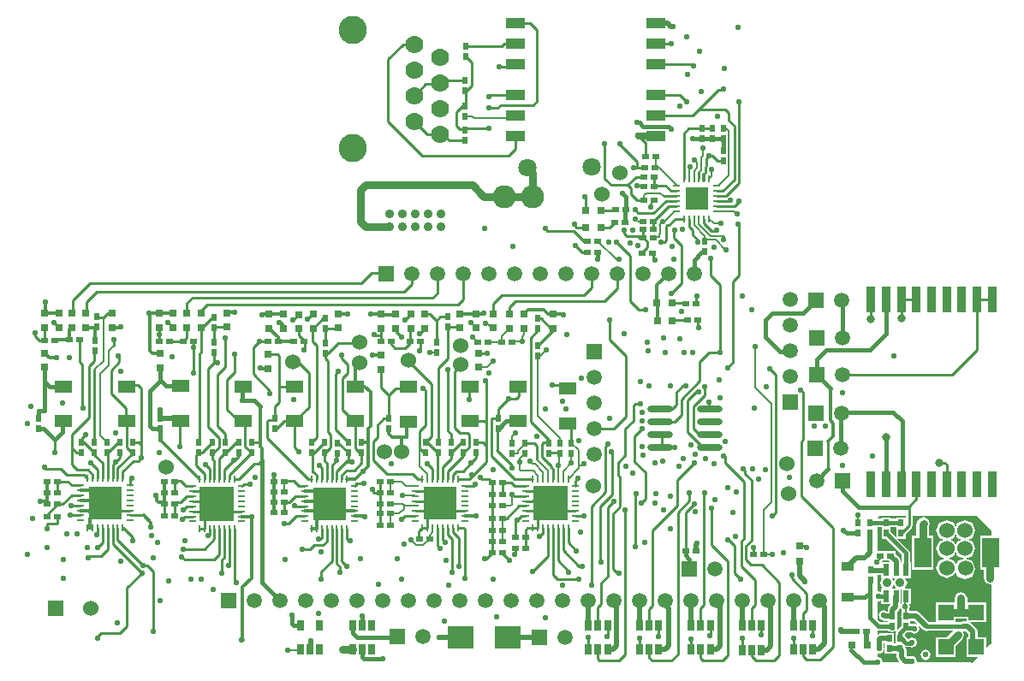
<source format=gtl>
%FSLAX24Y24*%
%MOIN*%
G70*
G01*
G75*
G04 Layer_Physical_Order=1*
G04 Layer_Color=255*
%ADD10R,0.0250X0.0200*%
%ADD11R,0.0362X0.0984*%
%ADD12R,0.0276X0.0394*%
%ADD13R,0.0689X0.1181*%
%ADD14R,0.0984X0.0866*%
%ADD15R,0.0200X0.0250*%
%ADD16R,0.0276X0.0394*%
%ADD17R,0.0315X0.0315*%
%ADD18R,0.0669X0.0492*%
%ADD19R,0.0300X0.0300*%
%ADD20R,0.0906X0.0906*%
%ADD21R,0.0600X0.0600*%
%ADD22R,0.0472X0.0354*%
%ADD23R,0.0472X0.0354*%
%ADD24R,0.0315X0.0315*%
%ADD25R,0.0236X0.0472*%
%ADD26O,0.0315X0.0098*%
%ADD27O,0.0098X0.0315*%
%ADD28O,0.0276X0.0098*%
%ADD29O,0.0098X0.0276*%
%ADD30R,0.1299X0.1299*%
%ADD31R,0.0750X0.0400*%
%ADD32R,0.1358X0.1358*%
%ADD33O,0.0984X0.0276*%
%ADD34C,0.0120*%
%ADD35C,0.0100*%
%ADD36C,0.0080*%
%ADD37C,0.0150*%
%ADD38C,0.0300*%
%ADD39C,0.0200*%
%ADD40C,0.0276*%
%ADD41C,0.0600*%
%ADD42C,0.0220*%
%ADD43C,0.0350*%
%ADD44C,0.0700*%
%ADD45C,0.1100*%
%ADD46R,0.0591X0.0591*%
%ADD47C,0.0591*%
%ADD48C,0.0320*%
%ADD49C,0.0354*%
%ADD50R,0.0591X0.0591*%
%ADD51R,0.0600X0.0600*%
%ADD52C,0.0710*%
%ADD53C,0.0900*%
G36*
X35315Y2862D02*
X35313Y2858D01*
Y3403D01*
X35315Y3404D01*
Y2862D01*
D02*
G37*
G36*
X37863Y2171D02*
X37743D01*
X37678Y2144D01*
X37429D01*
Y2268D01*
X37863D01*
Y2171D01*
D02*
G37*
G36*
X34547Y2827D02*
X34911D01*
X34845Y2762D01*
X34789Y2625D01*
Y2558D01*
X34752D01*
X34646Y2602D01*
X34502Y2542D01*
X34443Y2398D01*
X34502Y2254D01*
X34529Y2243D01*
X34543Y2229D01*
X34679Y2173D01*
X34803D01*
Y2162D01*
Y2131D01*
X34510D01*
X34391Y2249D01*
Y2962D01*
X34441Y2942D01*
X34524Y2976D01*
X34547D01*
Y2827D01*
D02*
G37*
G36*
X35082Y3468D02*
X35111Y3456D01*
X34929D01*
X34957Y3468D01*
X35020Y3618D01*
X35082Y3468D01*
D02*
G37*
G36*
X34547Y3851D02*
X34568D01*
X34490Y3661D01*
X34570Y3468D01*
X34599Y3456D01*
X34547D01*
Y3307D01*
X34542D01*
X34441Y3349D01*
X34391Y3328D01*
Y3965D01*
X34547D01*
Y3851D01*
D02*
G37*
G36*
X38701Y5827D02*
X38819Y5709D01*
Y5504D01*
X38386D01*
Y4167D01*
X38533D01*
Y3855D01*
X38606Y3680D01*
X38780Y3608D01*
X38819Y3624D01*
Y1260D01*
X38780D01*
X38619Y1100D01*
Y1543D01*
X38304D01*
Y1771D01*
X38247Y1907D01*
X38040Y2114D01*
X37985Y2137D01*
X38619D01*
Y2893D01*
X37885D01*
Y3067D01*
X37813Y3242D01*
X37638Y3314D01*
X37464Y3242D01*
X37392Y3067D01*
Y2893D01*
X36673D01*
Y2144D01*
X36397D01*
X36029Y2512D01*
X35892Y2568D01*
X35679D01*
Y2578D01*
X35629D01*
Y2638D01*
X35676Y2752D01*
X35645Y2827D01*
X35707D01*
Y3456D01*
X35440D01*
X35469Y3468D01*
X35549Y3661D01*
X35471Y3851D01*
X35687D01*
Y4480D01*
X35657D01*
Y4835D01*
X35608Y4952D01*
X35168Y5392D01*
X35489D01*
Y5571D01*
X35729Y5811D01*
X35729Y5811D01*
X35740Y5839D01*
X35769Y5909D01*
X35769Y5909D01*
Y6260D01*
X38268D01*
X38701Y5827D01*
D02*
G37*
G36*
X34673Y1302D02*
Y1141D01*
X34659Y1105D01*
X34673Y1070D01*
Y902D01*
X35029D01*
Y913D01*
X35093D01*
Y902D01*
X35139D01*
Y765D01*
X35195Y629D01*
X35234Y591D01*
X34593D01*
X34535Y729D01*
X34391Y789D01*
Y920D01*
X34449Y895D01*
X34593Y955D01*
X34653Y1099D01*
X34642Y1125D01*
Y1313D01*
X34673D01*
Y1302D01*
D02*
G37*
G36*
X34441Y1799D02*
X34803D01*
Y1762D01*
X34927D01*
X34981Y1740D01*
X35036Y1762D01*
X35116D01*
X35096Y1714D01*
Y1708D01*
X35093D01*
Y1524D01*
X35086Y1505D01*
X35093Y1487D01*
Y1302D01*
Y1298D01*
X35029D01*
Y1302D01*
Y1470D01*
X35044Y1505D01*
X35029Y1541D01*
Y1708D01*
X34673D01*
Y1698D01*
X34502D01*
X34391Y1652D01*
Y1820D01*
X34441Y1799D01*
D02*
G37*
G36*
X35329Y2609D02*
X35374Y2590D01*
Y2578D01*
X35323D01*
Y2411D01*
X35309Y2375D01*
X35323Y2340D01*
Y2172D01*
Y2010D01*
X35159Y1846D01*
Y2162D01*
Y2330D01*
X35174Y2365D01*
Y2545D01*
X35247Y2619D01*
X35286Y2712D01*
X35329Y2609D01*
D02*
G37*
G36*
X36153Y1842D02*
X36290Y1785D01*
X36355Y1812D01*
X37341D01*
X37335Y1798D01*
X37080Y1543D01*
X36673D01*
Y787D01*
X37429D01*
Y1194D01*
X37695Y1460D01*
X37767Y1634D01*
Y1650D01*
X37704Y1802D01*
X37743Y1785D01*
X37824D01*
X37918Y1691D01*
Y1543D01*
X37863D01*
Y787D01*
X38307D01*
X38071Y551D01*
X38031Y591D01*
X35910D01*
X35925Y625D01*
X35865Y769D01*
X35721Y829D01*
X35695Y818D01*
X35551D01*
X35524Y845D01*
Y1045D01*
X35473Y1168D01*
X35493Y1160D01*
X35698D01*
X35741Y1142D01*
X35885Y1201D01*
X35945Y1345D01*
X35885Y1489D01*
X35741Y1549D01*
X35602Y1491D01*
X35570D01*
X35449Y1611D01*
Y1668D01*
X35521Y1740D01*
X35682D01*
X35821Y1682D01*
X35965Y1741D01*
X36025Y1885D01*
X35965Y2029D01*
X35821Y2089D01*
X35778Y2071D01*
X35679D01*
Y2172D01*
Y2183D01*
X35813D01*
X36153Y1842D01*
D02*
G37*
G36*
X34553Y5792D02*
Y5392D01*
X34700D01*
X35326Y4767D01*
Y4480D01*
X35310D01*
Y4519D01*
X35253Y4656D01*
X35114Y4795D01*
Y4903D01*
X34947D01*
X34911Y4918D01*
X34876Y4903D01*
X34391D01*
Y5830D01*
X34553D01*
Y5792D01*
D02*
G37*
G36*
X34885Y4480D02*
X34572D01*
X34574Y4485D01*
X34567Y4501D01*
X34602Y4535D01*
X34607Y4547D01*
X34817D01*
X34885Y4480D01*
D02*
G37*
G36*
X35492Y5966D02*
X35489Y5963D01*
Y6198D01*
X35133D01*
Y6161D01*
X34909D01*
Y6198D01*
X34553D01*
Y6161D01*
X34391D01*
Y6202D01*
X34449Y6260D01*
X35492D01*
Y5966D01*
D02*
G37*
G36*
X35133Y5792D02*
Y5427D01*
X34909Y5651D01*
Y5792D01*
Y5830D01*
X35133D01*
Y5792D01*
D02*
G37*
G36*
X35020Y3705D02*
X34959Y3851D01*
X35080D01*
X35020Y3705D01*
D02*
G37*
G36*
X34547Y4350D02*
X34518D01*
X34547Y4419D01*
Y4350D01*
D02*
G37*
%LPC*%
G36*
X37795Y6118D02*
X37506Y5998D01*
X37441Y5841D01*
X37376Y5998D01*
X37087Y6118D01*
X36797Y5998D01*
X36677Y5709D01*
X36797Y5419D01*
X36954Y5354D01*
X36797Y5289D01*
X36677Y5000D01*
X36797Y4711D01*
X37002Y4626D01*
X36797Y4541D01*
X36677Y4252D01*
X36797Y3963D01*
X37087Y3843D01*
X37376Y3963D01*
X37433Y4100D01*
X37506Y3923D01*
X37795Y3803D01*
X38085Y3923D01*
X38204Y4213D01*
X38085Y4502D01*
X37833Y4606D01*
X38085Y4711D01*
X38204Y5000D01*
X38085Y5289D01*
X37928Y5354D01*
X38085Y5419D01*
X38204Y5709D01*
X38085Y5998D01*
X37795Y6118D01*
D02*
G37*
G36*
X36260Y1066D02*
X36117Y1007D01*
X36057Y863D01*
X36117Y719D01*
X36260Y659D01*
X36404Y719D01*
X36464Y863D01*
X36404Y1007D01*
X36260Y1066D01*
D02*
G37*
G36*
X36182Y6228D02*
X36007Y6155D01*
X35977Y6125D01*
X35904Y5950D01*
Y5514D01*
X35729D01*
Y4177D01*
X36574D01*
Y5514D01*
X36398D01*
Y5907D01*
X36429Y5981D01*
X36356Y6155D01*
X36182Y6228D01*
D02*
G37*
%LPD*%
G36*
X37506Y4711D02*
X37758Y4606D01*
X37506Y4502D01*
X37449Y4365D01*
X37376Y4541D01*
X37171Y4626D01*
X37376Y4711D01*
X37441Y4868D01*
X37506Y4711D01*
D02*
G37*
G36*
Y5419D02*
X37663Y5354D01*
X37506Y5289D01*
X37441Y5132D01*
X37376Y5289D01*
X37219Y5354D01*
X37376Y5419D01*
X37441Y5576D01*
X37506Y5419D01*
D02*
G37*
D10*
X23510Y16535D02*
D03*
X23110D02*
D03*
X25276Y17441D02*
D03*
X25676D02*
D03*
X25354Y20276D02*
D03*
X25754D02*
D03*
X25309Y19488D02*
D03*
X25709D02*
D03*
X25236Y16496D02*
D03*
X25636D02*
D03*
X23110Y16968D02*
D03*
X23510D02*
D03*
X15041Y6755D02*
D03*
X15441Y6755D02*
D03*
X15041Y6365D02*
D03*
X15441D02*
D03*
X34511Y4725D02*
D03*
X34911D02*
D03*
X2081Y7625D02*
D03*
X2481D02*
D03*
X2061Y6255D02*
D03*
X2461D02*
D03*
X2081Y6735D02*
D03*
X2481D02*
D03*
X2071Y7185D02*
D03*
X2471Y7185D02*
D03*
X33571Y1785D02*
D03*
X33971D02*
D03*
X1961Y13125D02*
D03*
X2361D02*
D03*
X3331Y13135D02*
D03*
X2931D02*
D03*
X7771Y13075D02*
D03*
X7371D02*
D03*
X6441D02*
D03*
X6841D02*
D03*
X6631Y7185D02*
D03*
X7031Y7185D02*
D03*
X6621Y6285D02*
D03*
X7021Y6285D02*
D03*
X6631Y7625D02*
D03*
X7031Y7625D02*
D03*
X6631Y6735D02*
D03*
X7031D02*
D03*
X10661Y13075D02*
D03*
X11061D02*
D03*
X11681Y13085D02*
D03*
X12081D02*
D03*
X10911Y6405D02*
D03*
X11311D02*
D03*
X10901Y6815D02*
D03*
X11301D02*
D03*
X10901Y7625D02*
D03*
X11301D02*
D03*
X10901Y7215D02*
D03*
X11301D02*
D03*
X15051Y13075D02*
D03*
X15451D02*
D03*
X16591Y13085D02*
D03*
X16191D02*
D03*
X19401Y7575D02*
D03*
X19801D02*
D03*
X19411Y6665D02*
D03*
X19811Y6665D02*
D03*
X19401Y7115D02*
D03*
X19801D02*
D03*
X20151Y13055D02*
D03*
X19751D02*
D03*
X18821D02*
D03*
X19221D02*
D03*
X25709Y19100D02*
D03*
X25309D02*
D03*
X25748Y19843D02*
D03*
X25348D02*
D03*
X25669Y17756D02*
D03*
X25269D02*
D03*
X25669Y17126D02*
D03*
X25269D02*
D03*
X25711Y18575D02*
D03*
X25311D02*
D03*
X24161Y17705D02*
D03*
X24561D02*
D03*
X24191Y18215D02*
D03*
X24591D02*
D03*
X29571Y4775D02*
D03*
X29971D02*
D03*
X15031Y7595D02*
D03*
X15431D02*
D03*
X27401Y13905D02*
D03*
X27001D02*
D03*
X27341Y14555D02*
D03*
X26941D02*
D03*
X15041Y7165D02*
D03*
X15441D02*
D03*
X16561Y5385D02*
D03*
X16961D02*
D03*
X15441Y5925D02*
D03*
X15041D02*
D03*
X19401Y4835D02*
D03*
X19801D02*
D03*
X19801Y5275D02*
D03*
X19401D02*
D03*
X19401Y5725D02*
D03*
X19801D02*
D03*
X19401Y6185D02*
D03*
X19801D02*
D03*
X20301Y5435D02*
D03*
X20701Y5435D02*
D03*
X20711Y5005D02*
D03*
X20311D02*
D03*
X26931Y4895D02*
D03*
X27331D02*
D03*
D11*
X38858Y14724D02*
D03*
X38268Y14724D02*
D03*
X37677D02*
D03*
X37087D02*
D03*
X36496Y14724D02*
D03*
X35906D02*
D03*
X35315D02*
D03*
X34724D02*
D03*
X34134D02*
D03*
Y7520D02*
D03*
X34724D02*
D03*
X35315D02*
D03*
X35906D02*
D03*
X36496D02*
D03*
X37087D02*
D03*
X37677D02*
D03*
X38268D02*
D03*
X38858D02*
D03*
D12*
X11929Y1063D02*
D03*
X12303D02*
D03*
X12677D02*
D03*
X11929Y2008D02*
D03*
X12677D02*
D03*
D13*
X38809Y4835D02*
D03*
X36151Y4845D02*
D03*
D14*
X18150Y1532D02*
D03*
X20001D02*
D03*
D15*
X28386Y20115D02*
D03*
Y20515D02*
D03*
X34131Y4165D02*
D03*
Y3765D02*
D03*
X18341Y22255D02*
D03*
Y21855D02*
D03*
X18331Y23245D02*
D03*
Y22845D02*
D03*
X18341Y20915D02*
D03*
Y21315D02*
D03*
X18371Y24175D02*
D03*
Y24575D02*
D03*
X6461Y10085D02*
D03*
Y9685D02*
D03*
X5411Y9135D02*
D03*
Y8735D02*
D03*
X4911Y8745D02*
D03*
Y9145D02*
D03*
X3411Y8735D02*
D03*
Y9135D02*
D03*
X35311Y5595D02*
D03*
Y5995D02*
D03*
X34091Y5595D02*
D03*
Y5995D02*
D03*
X9011Y8735D02*
D03*
Y9135D02*
D03*
X10031D02*
D03*
Y8735D02*
D03*
X4411Y8737D02*
D03*
Y9137D02*
D03*
X9521Y8735D02*
D03*
Y9135D02*
D03*
X8491D02*
D03*
Y8735D02*
D03*
X8581Y12635D02*
D03*
Y13035D02*
D03*
X8551Y13605D02*
D03*
Y14005D02*
D03*
X7981Y8735D02*
D03*
Y9135D02*
D03*
X13351Y9125D02*
D03*
Y8725D02*
D03*
X13801Y8735D02*
D03*
Y9135D02*
D03*
X14311D02*
D03*
Y8735D02*
D03*
X12891Y12615D02*
D03*
Y13015D02*
D03*
X12871Y9135D02*
D03*
Y8735D02*
D03*
X10941Y9665D02*
D03*
Y10065D02*
D03*
X18271Y8735D02*
D03*
Y9135D02*
D03*
X17791Y8735D02*
D03*
Y9135D02*
D03*
X18771Y9145D02*
D03*
Y8745D02*
D03*
X16791Y8735D02*
D03*
Y9135D02*
D03*
X17661Y13635D02*
D03*
Y14035D02*
D03*
X17291Y8735D02*
D03*
Y9135D02*
D03*
X17221Y12635D02*
D03*
Y13035D02*
D03*
X15361Y9665D02*
D03*
Y10065D02*
D03*
X22471Y9125D02*
D03*
Y8725D02*
D03*
X21171Y12905D02*
D03*
Y12505D02*
D03*
X22031Y8725D02*
D03*
X22031Y9125D02*
D03*
X21181Y13575D02*
D03*
Y13975D02*
D03*
X21611Y8725D02*
D03*
Y9125D02*
D03*
X20176Y8715D02*
D03*
Y9115D02*
D03*
X20669Y8694D02*
D03*
X20669Y9094D02*
D03*
X19621Y9685D02*
D03*
Y10085D02*
D03*
X27560Y21374D02*
D03*
Y20974D02*
D03*
X27953D02*
D03*
Y21374D02*
D03*
X28386Y20974D02*
D03*
Y21374D02*
D03*
X3921Y12695D02*
D03*
Y13095D02*
D03*
X4011Y14045D02*
D03*
Y13645D02*
D03*
X1721Y9685D02*
D03*
Y10085D02*
D03*
X33641Y5995D02*
D03*
Y5595D02*
D03*
X3911Y8737D02*
D03*
Y9137D02*
D03*
X12381Y8735D02*
D03*
Y9135D02*
D03*
X12891Y13575D02*
D03*
Y13975D02*
D03*
X34731Y5595D02*
D03*
Y5995D02*
D03*
X34981Y1965D02*
D03*
Y2365D02*
D03*
X35501Y1975D02*
D03*
Y2375D02*
D03*
X35271Y1505D02*
D03*
Y1105D02*
D03*
X34851D02*
D03*
Y1505D02*
D03*
X27671Y16565D02*
D03*
Y16965D02*
D03*
D16*
X13957Y1075D02*
D03*
D03*
X14331D02*
D03*
X14705Y1075D02*
D03*
X13957Y2020D02*
D03*
X14331D02*
D03*
X14705D02*
D03*
X31117Y1070D02*
D03*
D03*
X31491D02*
D03*
X31865D02*
D03*
X31117Y2015D02*
D03*
X31491D02*
D03*
X31865D02*
D03*
X29127Y1055D02*
D03*
D03*
X29501D02*
D03*
X29875D02*
D03*
X29127Y2000D02*
D03*
X29501D02*
D03*
X29875D02*
D03*
X27137Y1060D02*
D03*
D03*
X27511D02*
D03*
X27885D02*
D03*
X27137Y2005D02*
D03*
X27511D02*
D03*
X27885D02*
D03*
X25133Y1065D02*
D03*
D03*
X25507D02*
D03*
X25881D02*
D03*
X25133Y2010D02*
D03*
X25507D02*
D03*
X25881D02*
D03*
X23137Y1060D02*
D03*
D03*
X23511D02*
D03*
X23885D02*
D03*
X23137Y2005D02*
D03*
X23511D02*
D03*
X23885D02*
D03*
D17*
X31361Y5116D02*
D03*
Y4525D02*
D03*
D18*
X11701Y11315D02*
D03*
Y9965D02*
D03*
X20401Y11325D02*
D03*
Y9975D02*
D03*
X5161Y9975D02*
D03*
Y11325D02*
D03*
X9701Y9965D02*
D03*
Y11315D02*
D03*
X7251Y11335D02*
D03*
Y9985D02*
D03*
X14081Y9975D02*
D03*
Y11325D02*
D03*
X18541D02*
D03*
Y9975D02*
D03*
X2711Y11325D02*
D03*
Y9975D02*
D03*
X16121Y11305D02*
D03*
Y9955D02*
D03*
X22331Y11235D02*
D03*
Y9885D02*
D03*
D19*
X1971Y13625D02*
D03*
Y14175D02*
D03*
X20051Y13585D02*
D03*
Y14135D02*
D03*
X15081Y11985D02*
D03*
Y12535D02*
D03*
X2541Y13625D02*
D03*
Y14175D02*
D03*
X3041Y13625D02*
D03*
Y14175D02*
D03*
X7511Y13615D02*
D03*
Y14165D02*
D03*
X6981Y13615D02*
D03*
Y14165D02*
D03*
X6441Y13615D02*
D03*
Y14165D02*
D03*
X9061Y13635D02*
D03*
Y14185D02*
D03*
X8061Y13615D02*
D03*
Y14165D02*
D03*
X10711Y13585D02*
D03*
Y14135D02*
D03*
X11851Y13575D02*
D03*
Y14125D02*
D03*
X11271Y13585D02*
D03*
Y14135D02*
D03*
X6461Y12055D02*
D03*
Y12605D02*
D03*
X10681Y12575D02*
D03*
Y12025D02*
D03*
X13411Y13595D02*
D03*
Y14145D02*
D03*
X12420Y13585D02*
D03*
Y14135D02*
D03*
X16221Y13585D02*
D03*
Y14135D02*
D03*
X15641Y13585D02*
D03*
Y14135D02*
D03*
X15071Y13585D02*
D03*
Y14135D02*
D03*
X18121Y13605D02*
D03*
Y14155D02*
D03*
X16781Y14135D02*
D03*
Y13585D02*
D03*
X21761D02*
D03*
Y14135D02*
D03*
X19431Y13605D02*
D03*
Y14155D02*
D03*
X18771Y13605D02*
D03*
Y14155D02*
D03*
X20641Y13585D02*
D03*
Y14135D02*
D03*
X4591Y14175D02*
D03*
Y13625D02*
D03*
X1981Y12065D02*
D03*
Y12615D02*
D03*
X3551Y13625D02*
D03*
Y14175D02*
D03*
X18851Y12065D02*
D03*
Y12615D02*
D03*
D20*
X27350Y18638D02*
D03*
D21*
X38241Y1165D02*
D03*
Y2515D02*
D03*
X37051Y1165D02*
D03*
Y2515D02*
D03*
D22*
X33231Y4305D02*
D03*
D23*
Y3105D02*
D03*
D24*
X23623Y18186D02*
D03*
X23032D02*
D03*
X33391Y1235D02*
D03*
X33982D02*
D03*
X23623Y17516D02*
D03*
X23032D02*
D03*
X25821Y13875D02*
D03*
X26412D02*
D03*
X25811Y14575D02*
D03*
X26402D02*
D03*
D25*
X35491Y4165D02*
D03*
X35117D02*
D03*
X34743D02*
D03*
X35511Y3142D02*
D03*
X35117D02*
D03*
X34743D02*
D03*
D26*
X28137Y19130D02*
D03*
Y18933D02*
D03*
Y18736D02*
D03*
Y18539D02*
D03*
Y18343D02*
D03*
Y18146D02*
D03*
X26562D02*
D03*
Y18343D02*
D03*
Y18539D02*
D03*
Y18736D02*
D03*
Y19130D02*
D03*
Y18933D02*
D03*
D27*
X27842Y17850D02*
D03*
X27645D02*
D03*
X27251D02*
D03*
X27054D02*
D03*
X26858D02*
D03*
Y19425D02*
D03*
X27054D02*
D03*
X27251D02*
D03*
X27448D02*
D03*
X27638Y19485D02*
D03*
X27842Y19425D02*
D03*
X27448Y17850D02*
D03*
D28*
X5286Y6096D02*
D03*
Y6490D02*
D03*
Y6687D02*
D03*
Y6884D02*
D03*
Y7081D02*
D03*
Y7277D02*
D03*
Y7474D02*
D03*
X3357D02*
D03*
Y7277D02*
D03*
Y7081D02*
D03*
Y6884D02*
D03*
Y6687D02*
D03*
Y6490D02*
D03*
Y6293D02*
D03*
Y6096D02*
D03*
X14016Y6066D02*
D03*
Y6263D02*
D03*
Y6460D02*
D03*
Y6657D02*
D03*
Y6854D02*
D03*
Y7051D02*
D03*
Y7247D02*
D03*
Y7444D02*
D03*
X12087D02*
D03*
Y7247D02*
D03*
Y7051D02*
D03*
Y6854D02*
D03*
Y6657D02*
D03*
Y6460D02*
D03*
Y6263D02*
D03*
Y6066D02*
D03*
X18324Y6072D02*
D03*
Y6269D02*
D03*
Y6465D02*
D03*
Y6662D02*
D03*
Y6859D02*
D03*
Y7056D02*
D03*
Y7253D02*
D03*
Y7450D02*
D03*
X16395D02*
D03*
Y7253D02*
D03*
Y7056D02*
D03*
Y6859D02*
D03*
Y6662D02*
D03*
Y6465D02*
D03*
Y6269D02*
D03*
Y6072D02*
D03*
X5286Y6293D02*
D03*
X9644Y6062D02*
D03*
Y6259D02*
D03*
Y6455D02*
D03*
Y6652D02*
D03*
Y6849D02*
D03*
Y7046D02*
D03*
Y7243D02*
D03*
Y7440D02*
D03*
X7715D02*
D03*
Y7243D02*
D03*
Y7046D02*
D03*
Y6849D02*
D03*
Y6652D02*
D03*
Y6455D02*
D03*
Y6259D02*
D03*
Y6062D02*
D03*
X22625Y6072D02*
D03*
Y6269D02*
D03*
Y6465D02*
D03*
Y6662D02*
D03*
Y6859D02*
D03*
Y7056D02*
D03*
Y7253D02*
D03*
Y7450D02*
D03*
X20696D02*
D03*
Y7253D02*
D03*
Y7056D02*
D03*
Y6859D02*
D03*
Y6662D02*
D03*
Y6465D02*
D03*
Y6269D02*
D03*
Y6072D02*
D03*
D29*
X5010Y7750D02*
D03*
X4813D02*
D03*
X4617D02*
D03*
X4420D02*
D03*
X4223D02*
D03*
X4026D02*
D03*
X3829D02*
D03*
X3632D02*
D03*
Y5821D02*
D03*
X3829D02*
D03*
X4026D02*
D03*
X4223D02*
D03*
X4420D02*
D03*
X4617D02*
D03*
X4813D02*
D03*
X5010D02*
D03*
X13740Y7720D02*
D03*
X13543D02*
D03*
X13347D02*
D03*
X13150D02*
D03*
X12953D02*
D03*
X12756D02*
D03*
X12559D02*
D03*
X12362D02*
D03*
Y5791D02*
D03*
X12559D02*
D03*
X12756D02*
D03*
X12953D02*
D03*
X13150D02*
D03*
X13347D02*
D03*
X13543D02*
D03*
X13740D02*
D03*
X18049Y7725D02*
D03*
X17852D02*
D03*
X17655D02*
D03*
X17458D02*
D03*
X17261D02*
D03*
X17064D02*
D03*
X16868D02*
D03*
X16671D02*
D03*
Y5796D02*
D03*
X16868D02*
D03*
X17064D02*
D03*
X17261D02*
D03*
X17458D02*
D03*
X17655D02*
D03*
X17852D02*
D03*
X18049D02*
D03*
X9369Y7715D02*
D03*
X9172D02*
D03*
X8975D02*
D03*
X8778D02*
D03*
X8581D02*
D03*
X8384D02*
D03*
X7991D02*
D03*
Y5786D02*
D03*
X8188D02*
D03*
X8384D02*
D03*
X8581D02*
D03*
X8778D02*
D03*
X8975D02*
D03*
X9172D02*
D03*
X9369D02*
D03*
X22349Y7725D02*
D03*
X22152D02*
D03*
X21956D02*
D03*
X21759D02*
D03*
X21562D02*
D03*
X21168D02*
D03*
X20971D02*
D03*
Y5796D02*
D03*
X21168D02*
D03*
X21365D02*
D03*
X21562D02*
D03*
X21759D02*
D03*
X21956D02*
D03*
X22152D02*
D03*
X22349D02*
D03*
X8188Y7715D02*
D03*
X21365Y7725D02*
D03*
D30*
X4321Y6785D02*
D03*
X13051Y6755D02*
D03*
X17360Y6761D02*
D03*
D31*
X20299Y21074D02*
D03*
Y21874D02*
D03*
Y22674D02*
D03*
Y23874D02*
D03*
Y24674D02*
D03*
Y25474D02*
D03*
X25749D02*
D03*
Y24674D02*
D03*
Y23874D02*
D03*
Y22674D02*
D03*
Y21874D02*
D03*
Y21074D02*
D03*
D32*
X8680Y6751D02*
D03*
X21660Y6761D02*
D03*
D33*
X25947Y10445D02*
D03*
Y9945D02*
D03*
Y9445D02*
D03*
Y8945D02*
D03*
X27876Y10445D02*
D03*
Y9945D02*
D03*
Y9445D02*
D03*
Y8945D02*
D03*
D34*
X32677Y9370D02*
Y9882D01*
X32480Y9173D02*
X32677Y9370D01*
X9671Y1470D02*
Y3495D01*
X9646Y1457D02*
X9685D01*
X9671Y1470D02*
X9685Y1457D01*
X14405Y6262D02*
X14431Y6235D01*
X14016Y6262D02*
X14405D01*
X12677Y6339D02*
Y6378D01*
X12638Y6299D02*
X12677Y6339D01*
X12595Y6299D02*
X12638D01*
X12602Y7205D02*
X12677D01*
X12559Y7247D02*
X12602Y7205D01*
X12559Y6263D02*
X12595Y6299D01*
X3829Y7277D02*
X3937Y7170D01*
Y7165D02*
Y7170D01*
X4617Y6490D02*
X4768Y6339D01*
X4724D02*
X4768D01*
X1981Y12615D02*
X2151Y12445D01*
X2431D01*
X1971Y14175D02*
X2001Y14205D01*
Y14605D01*
X6411Y6805D02*
X6631D01*
X14551Y9669D02*
X14661Y9779D01*
X14441Y11325D02*
X14661Y11105D01*
Y9779D02*
Y11105D01*
X14551Y9135D02*
Y9669D01*
X25811Y15265D02*
X26261Y15715D01*
X25811Y14575D02*
Y15265D01*
Y14575D02*
X25821Y14565D01*
Y13875D02*
Y14565D01*
X18771Y14155D02*
X19051D01*
Y14165D01*
X14351Y7995D02*
X14551Y8195D01*
X14076Y7720D02*
X14351Y7995D01*
X15871Y8605D02*
Y8775D01*
Y9335D02*
X16071D01*
X15491D02*
X15871D01*
Y8775D02*
Y9335D01*
X16071Y8835D02*
X16111Y8795D01*
X10021Y3845D02*
Y6255D01*
X9671Y3495D02*
X10021Y3845D01*
X18324Y6269D02*
X18748D01*
X18751Y6265D01*
X9648Y6255D02*
X10021D01*
X6101Y5845D02*
Y6025D01*
X5833Y6293D02*
X6101Y6025D01*
X13347Y6460D02*
X14016D01*
X13051Y6755D02*
X13347Y6460D01*
X12559Y5791D02*
Y6263D01*
X12362Y5791D02*
X12559D01*
X12087Y6460D02*
X12756D01*
X13051Y6755D01*
X12953Y6854D02*
X13051Y6755D01*
X12087Y6854D02*
X12953D01*
X12087Y7247D02*
X12559D01*
X10901Y7625D02*
Y7875D01*
Y6415D02*
X10911Y6405D01*
X10901Y6415D02*
Y6815D01*
Y7215D01*
Y7625D01*
X6631Y6735D02*
Y6805D01*
X14081Y12095D02*
X14221Y12235D01*
X14081Y11325D02*
Y12095D01*
X24151Y2805D02*
Y2945D01*
X3721Y6185D02*
X3849Y6313D01*
X3721Y5915D02*
Y6185D01*
Y5915D02*
X3811Y5825D01*
X3652Y5821D02*
X3811Y5825D01*
X20641Y14135D02*
X20811Y14305D01*
X22131Y14125D02*
X22171D01*
X22121Y14135D02*
X22131Y14125D01*
X21761Y14135D02*
X22121D01*
X14081Y11325D02*
X14441D01*
X13751Y14145D02*
X13761Y14155D01*
X13411Y14145D02*
X13751D01*
X18121Y14155D02*
X18771D01*
X14731Y12535D02*
X15081D01*
Y14125D02*
X15641D01*
X14681Y14135D02*
X15071D01*
X16071Y9905D02*
X16121Y9955D01*
X16071Y9335D02*
Y9905D01*
X14551Y8195D02*
Y9135D01*
X15361Y9465D02*
Y9665D01*
Y9465D02*
X15491Y9335D01*
X14311Y9135D02*
X14551D01*
X13740Y7720D02*
X14076D01*
X11061Y13075D02*
X11681D01*
X10711Y13585D02*
X11061Y13235D01*
Y13075D02*
Y13235D01*
X10711Y14135D02*
X11271D01*
X10351Y12035D02*
X10361Y12025D01*
X10681D01*
X10431Y14125D02*
X10441Y14135D01*
X10711D01*
X7421Y5325D02*
X7431Y5335D01*
X8581Y6849D02*
X8680Y6751D01*
X6311Y7075D02*
X6331Y7055D01*
Y6885D02*
Y7055D01*
Y6885D02*
X6411Y6805D01*
X6631Y6805D02*
X6631Y6805D01*
X6631Y6805D02*
Y7175D01*
X6631Y7175D01*
Y7575D01*
X2361Y13125D02*
X2371Y13135D01*
X2931D01*
X3551Y13625D02*
X3921D01*
Y13228D02*
Y13493D01*
X4551Y13625D02*
X4911D01*
X4931Y13645D01*
X6031Y14165D02*
Y14175D01*
X6061Y12695D02*
X6151Y12605D01*
X6461D01*
X6441Y14165D02*
X6981D01*
X6031D02*
X6441D01*
X9051Y14205D02*
X9371D01*
X9381Y14215D01*
X2071Y6845D02*
Y7185D01*
X1801Y6845D02*
X2071D01*
Y7185D02*
Y7615D01*
X3357Y7277D02*
X3829D01*
X3357Y6490D02*
X3672D01*
X3357Y6884D02*
X4223D01*
X4321Y6785D01*
X3672Y6490D02*
X3849Y6313D01*
X27645Y19327D02*
Y19579D01*
X16541Y5385D02*
X16561D01*
X20811Y14305D02*
X21391D01*
X21561Y14135D01*
X21761D01*
X10381Y8965D02*
Y10535D01*
Y8965D02*
X10431Y8915D01*
Y8445D02*
Y8915D01*
X3921Y13095D02*
Y13228D01*
Y13493D02*
Y13625D01*
X1971Y14175D02*
X1978Y14182D01*
X2485D02*
X2491Y14175D01*
X1978Y14182D02*
X2485D01*
X2931Y13135D02*
Y13555D01*
X3001Y13625D01*
X6061Y12695D02*
Y14165D01*
X6441D01*
X32559Y10000D02*
Y11237D01*
Y10000D02*
X32677Y9882D01*
D35*
X32480Y8104D02*
Y9173D01*
X25712Y17781D02*
X26274Y18343D01*
X25712Y17756D02*
Y17781D01*
X25041Y19145D02*
X25264D01*
X25309Y19100D01*
X25080Y18073D02*
X25084Y18069D01*
X25073Y18073D02*
X25080D01*
X24951Y18195D02*
X25073Y18073D01*
X26197Y17593D02*
X26265D01*
X26181Y17577D02*
X26197Y17593D01*
X26181Y17008D02*
Y17577D01*
X26103Y16930D02*
X26181Y17008D01*
X26274Y18343D02*
X26562D01*
X24801Y18821D02*
Y19049D01*
Y18821D02*
X25039Y18583D01*
X25311D01*
X24677Y19173D02*
X24801Y19049D01*
X24992Y19488D02*
X25309D01*
X24677Y19173D02*
X24992Y19488D01*
X25041Y19843D02*
Y20077D01*
X24882Y19843D02*
X25041D01*
X24016Y19173D02*
X24677D01*
X25277Y17126D02*
X25416Y16987D01*
X25269Y17126D02*
X25277D01*
X25676Y16301D02*
X25741Y16235D01*
X25676Y16301D02*
Y16496D01*
X25429Y16734D02*
Y16960D01*
X25276Y16581D02*
X25429Y16734D01*
X25276Y16575D02*
Y16581D01*
X21496Y17402D02*
X21535Y17362D01*
X22559D01*
X22953Y16968D01*
X23110D01*
X22638Y16811D02*
X22913Y16535D01*
X23110D01*
X25105Y21074D02*
X25354Y20824D01*
X25079Y21099D02*
X25105Y21074D01*
X25354Y20276D02*
Y20824D01*
X25709Y19145D02*
X26101D01*
X25701D02*
X25709D01*
Y19488D01*
Y19055D02*
Y19145D01*
X25041Y19843D02*
X25348D01*
X25269Y17126D02*
X25276Y17132D01*
Y17441D01*
X25676Y17756D02*
X25712D01*
X25676Y17441D02*
Y17750D01*
X25977Y16930D02*
X26103D01*
X26265Y17593D02*
X26523Y17850D01*
X25102Y17126D02*
X25269D01*
X25681Y18069D02*
X26151Y18539D01*
X25084Y18069D02*
X25681D01*
X26151Y18539D02*
X26562D01*
X16571Y12745D02*
X16591Y12725D01*
Y13085D01*
X30191Y12025D02*
X30437Y11779D01*
X30311Y6275D02*
X30437Y6401D01*
Y11779D01*
X29489Y5316D02*
Y7674D01*
X29240Y7923D02*
X29489Y7674D01*
X29213Y5394D02*
Y7593D01*
X29101Y5282D02*
X29213Y5394D01*
X29101Y4315D02*
Y5282D01*
X29279Y5106D02*
X29489Y5316D01*
X29279Y4567D02*
Y5106D01*
X2833Y7875D02*
X3507D01*
X2591Y8117D02*
X2833Y7875D01*
X1961Y8117D02*
X2591D01*
X24370Y20748D02*
Y20787D01*
Y20748D02*
X25041Y20077D01*
X27948Y17385D02*
X28142D01*
X15331Y21645D02*
X16661Y20315D01*
X4016Y1496D02*
Y1575D01*
X4162Y1721D01*
X4901D01*
X4742Y8366D02*
X4911Y8535D01*
X35906Y6929D02*
Y7520D01*
X35631Y6654D02*
X35906Y6929D01*
X35631Y5909D02*
Y6654D01*
X38858Y14724D02*
X38858Y14724D01*
X38268Y14724D02*
X38858D01*
X38268Y12756D02*
Y14724D01*
X37287Y11775D02*
X38268Y12756D01*
X33021Y11775D02*
X37287D01*
X34134Y13937D02*
Y14724D01*
X35315Y13976D02*
Y14724D01*
X35906D01*
X37087Y7520D02*
Y8268D01*
X37008Y8346D02*
X37087Y8268D01*
X36788Y8346D02*
X37008D01*
X21220Y7266D02*
Y7283D01*
X21188Y7233D02*
X21220Y7266D01*
X22126Y6295D02*
Y6378D01*
Y6295D02*
X22133Y6288D01*
X8188Y6259D02*
X8268Y6339D01*
X8268D01*
X8975Y6455D02*
X9094Y6336D01*
Y6339D01*
X17655Y6465D02*
X17782Y6339D01*
X17756D02*
X17782D01*
X26435Y17402D02*
X26496D01*
X23780Y19409D02*
Y20787D01*
Y19409D02*
X24016Y19173D01*
X27728Y19908D02*
Y20212D01*
X27821Y20305D01*
X27703Y19652D02*
Y19884D01*
X27728Y19908D01*
X27645Y19594D02*
X27703Y19652D01*
X24111Y4200D02*
X24256Y4055D01*
X24111Y4200D02*
Y6365D01*
X24256Y4055D02*
X24331D01*
X27184Y23874D02*
X27245Y23813D01*
Y23815D01*
X17261Y5101D02*
X17362Y5000D01*
X17261Y5101D02*
Y5796D01*
X20311Y4799D02*
Y5005D01*
X24528Y17402D02*
Y17439D01*
X24521Y17445D02*
X24528Y17439D01*
X12205Y13937D02*
X12403Y14135D01*
X12420D01*
X2323Y13819D02*
X2541Y13625D01*
X25197Y6772D02*
X25354Y6929D01*
X25361D01*
X24959Y7083D02*
X25011Y7135D01*
X24959Y5078D02*
Y7083D01*
Y5078D02*
X24961Y5075D01*
X32661Y1165D02*
Y5805D01*
X32171Y675D02*
X32661Y1165D01*
X31641Y675D02*
X32171D01*
X26614Y7678D02*
X27271Y8335D01*
X26614Y6688D02*
Y7678D01*
X25621Y5695D02*
X26614Y6688D01*
X25102Y17126D02*
X25138Y17162D01*
X24646D02*
X25138D01*
X24521Y17287D02*
X24646Y17162D01*
X24521Y17287D02*
Y17445D01*
X23623Y18186D02*
X24162D01*
X23011Y18695D02*
X23032Y18674D01*
Y18186D02*
Y18674D01*
X23972Y17516D02*
X24161Y17705D01*
X23623Y17516D02*
X23972D01*
X22591Y17603D02*
X22678Y17516D01*
X23032D01*
X28158Y20115D02*
X28386D01*
X27968Y20305D02*
X28158Y20115D01*
X27821Y20305D02*
X27968D01*
X4223Y5660D02*
Y5821D01*
Y5660D02*
X4229Y5654D01*
Y5457D02*
Y5654D01*
X4223Y5450D02*
X4229Y5457D01*
X4223Y5237D02*
Y5450D01*
X4041Y5055D02*
X4223Y5237D01*
X28611Y21689D02*
Y21965D01*
X27193Y21874D02*
X27442Y22123D01*
X28454D02*
X28611Y21965D01*
X27442Y22123D02*
X28454D01*
X25749Y21874D02*
X27193D01*
X18331Y22845D02*
X18371Y22805D01*
Y22255D02*
Y22805D01*
X18001Y21465D02*
X18121Y21345D01*
X18311D01*
X18341Y21315D01*
X17481Y21155D02*
X17721Y20915D01*
X18341D01*
X17351Y23155D02*
X17441Y23245D01*
X18331D01*
X18371Y24175D02*
X18611Y23935D01*
Y23045D02*
Y23935D01*
X18411Y22845D02*
X18611Y23045D01*
X18331Y22845D02*
X18411D01*
X15921Y24655D02*
X16351D01*
X16361Y23655D02*
Y23925D01*
X17301Y23105D02*
X17351Y23155D01*
X16811Y23105D02*
X17301D01*
X16361Y22655D02*
X16811Y23105D01*
X16361Y21655D02*
X16861Y21155D01*
X17351D01*
X15331Y24065D02*
X15921Y24655D01*
X15331Y21645D02*
Y24065D01*
X2071Y5975D02*
X2461D01*
X2051Y5785D02*
X2071Y5805D01*
Y5975D01*
X8061Y12645D02*
Y13615D01*
X8009Y12593D02*
X8061Y12645D01*
X7771Y12835D02*
Y13075D01*
Y11835D02*
Y12835D01*
X8009Y9163D02*
Y12593D01*
X21759Y3988D02*
Y5796D01*
X28821Y4035D02*
X29051Y3805D01*
X28821Y4035D02*
Y5105D01*
X21956Y4531D02*
Y5796D01*
X22351Y5235D02*
Y5794D01*
Y5235D02*
X22671Y4915D01*
X21956Y4531D02*
X22361Y4125D01*
X21241Y5465D02*
X21345Y5569D01*
X21365D01*
X6301Y5255D02*
X6351D01*
X19277Y7699D02*
X19401Y7575D01*
X19007Y7699D02*
X19277D01*
X18941Y7765D02*
X19007Y7699D01*
X14921Y9335D02*
Y9815D01*
X14751Y9165D02*
X14921Y9335D01*
X14751Y8459D02*
Y9165D01*
X18071Y14525D02*
X18251Y14705D01*
X8301Y14525D02*
X18071D01*
X8061Y14285D02*
X8301Y14525D01*
X17081Y14785D02*
X17251Y14955D01*
X7731Y14785D02*
X17081D01*
X7511Y14565D02*
X7731Y14785D01*
X15971Y15025D02*
X16251Y15305D01*
X4001Y15025D02*
X15971D01*
X14311Y15345D02*
X14711Y15745D01*
X3741Y15345D02*
X14311D01*
X17655Y6465D02*
X18324D01*
X16868Y6269D02*
X16887Y6288D01*
X16868Y5796D02*
Y6269D01*
X16887Y7233D02*
X17261Y6859D01*
X16395D02*
X17261D01*
X31361Y5116D02*
X31571D01*
X31641Y5045D01*
X29571Y4775D02*
Y5035D01*
X25621Y2765D02*
Y5695D01*
X27631Y2795D02*
Y7135D01*
X27511Y2675D02*
X27631Y2795D01*
X24941Y8385D02*
X25361Y7965D01*
X24941Y8385D02*
Y9365D01*
X25241Y9665D01*
X22471Y9125D02*
Y9645D01*
X11701Y8945D02*
X11856Y8790D01*
X27931Y5135D02*
X28555Y4512D01*
Y849D02*
Y4512D01*
X11301Y7605D02*
X11331Y7635D01*
X30311Y6265D02*
Y6275D01*
X30581Y845D02*
Y3675D01*
X29279Y4567D02*
X29481Y4365D01*
X29891D01*
X30581Y3675D01*
X27341Y14825D02*
X27371Y14855D01*
X27341Y14555D02*
Y14825D01*
X27841Y12635D02*
X28261D01*
X27481Y12275D02*
X27841Y12635D01*
X27481Y11530D02*
Y12275D01*
X26402Y14575D02*
X26921D01*
X26442Y13905D02*
X27001D01*
X28261Y12635D02*
Y15275D01*
X27891Y15645D02*
Y16295D01*
Y15645D02*
X28261Y15275D01*
X25986Y9945D02*
X26501D01*
X25986Y10445D02*
X26401D01*
X26556Y10600D01*
X26811Y11335D02*
X26921D01*
X26556Y11080D02*
X26811Y11335D01*
X26556Y10600D02*
Y11080D01*
X21759Y3988D02*
X21931Y3815D01*
X22761D01*
X24111Y6365D02*
X24333Y6587D01*
Y6594D01*
X24381Y6642D01*
X19621Y10085D02*
Y10435D01*
X20031Y10845D01*
X13543Y4503D02*
Y5791D01*
X17601Y4555D02*
X17611D01*
X18049Y5796D02*
X18290D01*
X18341Y5745D01*
Y3835D02*
Y5745D01*
X16541Y5667D02*
X16671Y5796D01*
X17458Y5368D02*
X17581Y5245D01*
X17841Y4075D02*
Y5365D01*
X17852Y5654D02*
Y5796D01*
X16887Y6288D02*
Y6319D01*
X15851Y6135D02*
X15985Y6269D01*
X16395D01*
X14721Y7255D02*
Y7295D01*
Y7255D02*
X14811Y7165D01*
X15041D01*
X15041Y6035D02*
X15041Y6035D01*
Y6365D01*
Y6755D01*
Y7165D01*
X15031Y7175D02*
X15041Y7165D01*
X15031Y7175D02*
Y7595D01*
X22625Y7450D02*
Y7649D01*
X22731Y7755D01*
X18324Y7450D02*
X18686D01*
X18741Y7505D01*
X14016Y7444D02*
X14103Y7532D01*
X14388D01*
X14391Y7535D01*
X9644Y7440D02*
X9720Y7515D01*
X9981D01*
X5286Y7660D02*
X5361Y7735D01*
X5286Y7474D02*
Y7660D01*
X16395Y6465D02*
X16741D01*
X16887Y6319D01*
X16395Y7253D02*
X16634D01*
X16653Y7233D01*
X16887D01*
X16671Y5796D02*
X16868D01*
X17458Y5368D02*
Y5796D01*
X18250Y8025D02*
X18555Y8331D01*
X16571Y12725D02*
Y12745D01*
X18011Y12045D02*
X18151Y12185D01*
X18011Y11985D02*
Y12045D01*
X17941Y11915D02*
X18011Y11985D01*
X17941Y9705D02*
Y11915D01*
X19151Y9895D02*
Y11555D01*
X19131D02*
X19135Y11559D01*
X19147D01*
X19151Y11555D01*
X18541Y9975D02*
X19071D01*
X19151Y9895D01*
Y9025D02*
Y9895D01*
X18555Y8331D02*
X18761Y8537D01*
X19151Y8375D02*
Y9025D01*
X18049Y7725D02*
X18501D01*
X17941Y9705D02*
X18131Y9515D01*
X18431D01*
X18499Y9447D01*
Y8957D02*
Y9447D01*
X18277Y8735D02*
X18499Y8957D01*
X18271Y8735D02*
X18277D01*
X15051Y13305D02*
Y13565D01*
Y13075D02*
Y13305D01*
X17791Y9135D02*
Y9455D01*
X17651Y9595D02*
X17791Y9455D01*
X17651Y9595D02*
Y11985D01*
X14801Y13345D02*
Y13355D01*
Y13345D02*
X14841Y13305D01*
X15051D01*
X16711Y11255D02*
X16791Y11175D01*
Y9825D02*
Y11175D01*
X16551Y9585D02*
X16791Y9825D01*
X16551Y8905D02*
Y9585D01*
Y8905D02*
X16721Y8735D01*
X16791D01*
X16141Y12315D02*
X17031Y11425D01*
Y9375D02*
Y11425D01*
X16791Y9135D02*
X17031Y9375D01*
X14751Y8459D02*
X15295Y7915D01*
X18091Y13635D02*
X18121Y13605D01*
X17661Y13635D02*
X18091D01*
X17661Y12415D02*
Y13635D01*
X17291Y12045D02*
X17661Y12415D01*
X17291Y9135D02*
Y12045D01*
X5286Y6293D02*
X5833D01*
X23801Y8975D02*
X23891Y9065D01*
X24001Y8765D02*
X24061Y8705D01*
X23601Y6655D02*
X24061Y7115D01*
X23261Y6655D02*
X23801Y7195D01*
X23261Y3575D02*
Y6655D01*
X23951Y13145D02*
Y13905D01*
Y13145D02*
X24591Y12505D01*
Y10135D02*
Y12505D01*
X24141Y9685D02*
X24591Y10135D01*
X23361Y9685D02*
X24141D01*
X26491Y8945D02*
X26501Y8955D01*
X25986Y8945D02*
X26491D01*
X25986D02*
Y9445D01*
X13543Y4503D02*
X13731Y4315D01*
X13740Y5391D02*
X13846Y5285D01*
X13740Y5391D02*
Y5791D01*
X13846Y5285D02*
X13869Y5308D01*
X12756Y5420D02*
Y5791D01*
X11700Y6657D02*
X12087D01*
X11691Y6665D02*
X11700Y6657D01*
X11311Y5985D02*
X11481D01*
X11759Y6263D01*
X12087D01*
X11301Y6815D02*
X11311Y6805D01*
Y6405D02*
Y6805D01*
X11727Y7051D02*
X12087D01*
X11491Y6815D02*
X11727Y7051D01*
X11301Y6815D02*
X11491D01*
X11862Y7444D02*
X12087D01*
X11671Y7635D02*
X11862Y7444D01*
X11331Y7635D02*
X11671D01*
X6621Y6725D02*
X6631Y6735D01*
X6621Y6285D02*
Y6725D01*
X7031Y7185D02*
Y7625D01*
X12911Y12595D02*
X13011D01*
X12911Y12395D02*
Y12595D01*
Y12395D02*
X13011Y12295D01*
X13706Y8370D02*
X13801Y8465D01*
X13347Y8011D02*
X13706Y8370D01*
X13926D02*
X13931Y8375D01*
X13706Y8370D02*
X13926D01*
X13801Y8465D02*
Y8735D01*
X13347Y7720D02*
Y8011D01*
X14311Y8335D02*
Y8735D01*
X14031Y8055D02*
X14311Y8335D01*
X14921Y9815D02*
X15171Y10065D01*
X9371Y11875D02*
Y12565D01*
X9071Y11575D02*
X9371Y11875D01*
X9071Y10425D02*
Y11575D01*
Y10425D02*
X9531Y9965D01*
X9011Y12065D02*
Y13195D01*
Y9155D02*
Y9475D01*
X8711Y9775D02*
X9011Y9475D01*
X8711Y9775D02*
Y11765D01*
X9011Y12065D01*
X8581Y12235D02*
X8691D01*
X8341Y11995D02*
X8581Y12235D01*
X8341Y9729D02*
Y11995D01*
X13551Y11645D02*
X13761Y11855D01*
X13551Y10415D02*
Y11645D01*
Y10415D02*
X13991Y9975D01*
X13291Y11785D02*
X13411Y11905D01*
X13291Y9645D02*
Y11785D01*
Y9645D02*
X13801Y9135D01*
X13111Y8945D02*
Y9445D01*
X13011Y9545D02*
X13111Y9445D01*
X13011Y9545D02*
Y12295D01*
X13541Y12395D02*
Y12535D01*
Y12395D02*
X13761Y12175D01*
Y11855D02*
Y12175D01*
X11851Y13325D02*
X12086Y13090D01*
Y12760D02*
Y13090D01*
X12071Y12745D02*
X12086Y12760D01*
X10091Y12835D02*
X10331Y13075D01*
X12581Y9335D02*
Y12905D01*
X12401Y13085D02*
X12581Y12905D01*
X12401Y13085D02*
Y13585D01*
X13991Y9975D02*
X14081D01*
X11181Y13795D02*
X11271Y13705D01*
Y13585D02*
Y13705D01*
X11631Y12275D02*
X11841D01*
X12261Y11855D01*
Y10525D02*
Y11855D01*
X11701Y9965D02*
X12261Y10525D01*
X12381Y9135D02*
X12581Y9335D01*
X11091Y10705D02*
Y11325D01*
Y12505D01*
Y11325D02*
X11101Y11315D01*
X11701D01*
X10331Y13075D02*
X10661D01*
X13346Y8720D02*
X13351Y8725D01*
X13346Y8440D02*
Y8720D01*
X13351Y9125D02*
X13405D01*
X13795Y8735D01*
X13801D01*
X16191Y13555D02*
X16221Y13585D01*
X16191Y13085D02*
Y13555D01*
Y13025D02*
Y13085D01*
X15991Y12825D02*
X16191Y13025D01*
X15591Y12825D02*
X15991D01*
X16581Y13385D02*
X16781Y13585D01*
X16971Y14135D02*
X17221Y13885D01*
X16781Y14135D02*
X16971D01*
X16001Y13915D02*
X16221Y14135D01*
X16001Y13915D02*
Y13925D01*
Y13915D02*
X16001Y13915D01*
X24579Y873D02*
Y3324D01*
X29501Y815D02*
X29681Y635D01*
X29501Y815D02*
Y1055D01*
X29681Y635D02*
X30371D01*
X27511Y755D02*
Y1060D01*
X31491Y825D02*
X31641Y675D01*
X30371Y635D02*
X30581Y845D01*
X26371Y635D02*
X26621Y885D01*
X25507Y749D02*
X25621Y635D01*
X27671Y7175D02*
X27681D01*
X27631Y7135D02*
X27671Y7175D01*
X31861Y1625D02*
Y2011D01*
X31865Y2015D01*
X31117Y1070D02*
Y1509D01*
X31115D02*
X31117D01*
X29875Y1659D02*
Y2000D01*
X29141Y1069D02*
Y1495D01*
X29127Y1055D02*
X29141Y1069D01*
X27881Y1605D02*
X27885Y1609D01*
Y2005D01*
X27131Y1465D02*
Y1485D01*
Y1465D02*
X27137Y1459D01*
Y1060D02*
Y1459D01*
X25881Y1585D02*
Y2010D01*
X25121Y1495D02*
X25133Y1483D01*
Y1065D02*
Y1483D01*
X28571Y5335D02*
X28591D01*
X28821Y5105D01*
X31051Y3835D02*
X31631Y3255D01*
X29101Y4315D02*
X29631Y3785D01*
Y2795D02*
Y3785D01*
X29501Y2665D02*
X29631Y2795D01*
X29501Y2000D02*
Y2665D01*
X27511Y2005D02*
Y2675D01*
X25507Y2651D02*
X25621Y2765D01*
X25507Y2010D02*
Y2651D01*
X23891Y6605D02*
X24141Y6855D01*
X23891Y3925D02*
Y6605D01*
X23631Y3665D02*
X23891Y3925D01*
X31491Y825D02*
Y1070D01*
X27931Y5135D02*
Y6575D01*
X25507Y749D02*
Y1065D01*
X24571Y3332D02*
Y6495D01*
Y3332D02*
X24579Y3324D01*
X23511Y695D02*
Y1060D01*
X23631Y2835D02*
Y3665D01*
X23511Y2715D02*
X23631Y2835D01*
X23511Y2005D02*
Y2715D01*
X23861Y1565D02*
X23885Y1589D01*
Y2005D01*
X23131Y1545D02*
X23137Y1539D01*
Y1060D02*
Y1539D01*
X27831Y10715D02*
X27836Y10710D01*
Y10445D02*
Y10710D01*
X27451Y9445D02*
X27836D01*
X23601Y4485D02*
Y6655D01*
X22361Y4075D02*
Y4125D01*
X13347Y4400D02*
Y5791D01*
Y4400D02*
X13451Y4295D01*
Y4065D02*
Y4295D01*
X6191Y1772D02*
Y4115D01*
X5951Y4355D02*
X6191Y4115D01*
X5801Y4355D02*
X5951D01*
X7371Y4985D02*
X8201D01*
X7311Y4675D02*
X7421Y4565D01*
X8551D01*
X8341Y5495D02*
X8384Y5538D01*
X8321Y5495D02*
X8341D01*
X8975Y4669D02*
Y5786D01*
X8851Y4545D02*
X8975Y4669D01*
X8851Y4055D02*
Y4545D01*
X9121Y4355D02*
X9172Y4406D01*
X4041Y5035D02*
Y5055D01*
X3970Y5574D02*
X4026Y5630D01*
X3970Y5574D02*
X3972D01*
X3991Y5555D01*
X4026Y5630D02*
Y5821D01*
X2991Y6695D02*
X3000Y6687D01*
X2461Y6745D02*
X2681D01*
X2481Y6729D02*
Y6735D01*
X2061Y6309D02*
X2481Y6729D01*
X2061Y6285D02*
Y6309D01*
X3411Y9285D02*
X3561Y9435D01*
X3411Y9135D02*
Y9285D01*
X18271Y8615D02*
Y8735D01*
X17655Y7999D02*
X18271Y8615D01*
X21611Y8735D02*
X21981D01*
X20901Y9945D02*
Y13215D01*
X21181Y13495D01*
Y13575D01*
X21761Y13495D02*
Y13585D01*
X21171Y12905D02*
X21761Y13495D01*
X13411Y12995D02*
X14071D01*
X13011Y12595D02*
X13411Y12995D01*
X15641Y13465D02*
X15861Y13245D01*
X18511Y11295D02*
X18541Y11325D01*
X18511Y10795D02*
Y11295D01*
X15861Y13245D02*
Y13255D01*
X15641Y13465D02*
Y13575D01*
X15451Y12965D02*
X15591Y12825D01*
X15451Y12965D02*
Y13075D01*
X17371Y14035D02*
X17661D01*
X17221Y13885D02*
X17371Y14035D01*
X17221Y13035D02*
Y13885D01*
X15061Y11965D02*
X15081Y11985D01*
X15061Y11285D02*
Y11965D01*
Y11285D02*
X15361Y10985D01*
X16071Y11255D02*
X16121Y11305D01*
X15631Y11255D02*
X16071D01*
X15361Y10985D02*
X15631Y11255D01*
X15361Y10065D02*
Y10985D01*
X16501Y7725D02*
X16671D01*
X16311Y7915D02*
X16501Y7725D01*
X15295Y7915D02*
X16311D01*
X15171Y10065D02*
X15361D01*
X16791Y9135D02*
X16872D01*
X17272Y8735D01*
X17291D01*
X17261Y8705D02*
X17291Y8735D01*
X17261Y7725D02*
Y8705D01*
X17791Y8515D02*
Y8735D01*
X17458Y8182D02*
X17791Y8515D01*
X17458Y7725D02*
Y8182D01*
X18197Y9135D02*
X18271D01*
X17797Y8735D02*
X18197Y9135D01*
X17791Y8735D02*
X17797D01*
X17655Y7725D02*
Y7999D01*
X18761Y8735D02*
X18771Y8745D01*
X18761Y8537D02*
Y8735D01*
X17991Y8025D02*
X18250D01*
X17852Y7886D02*
X17991Y8025D01*
X17852Y7725D02*
Y7886D01*
X19031Y9145D02*
X19151Y9025D01*
X18771Y9145D02*
X19031D01*
X13151Y8245D02*
X13346Y8440D01*
X13150Y8245D02*
X13151D01*
X11851Y13325D02*
Y13575D01*
X12901Y8735D02*
X13111Y8945D01*
X12871Y8735D02*
X12901D01*
X12237Y7720D02*
X12362D01*
X10641Y9315D02*
X12237Y7720D01*
X10641Y9315D02*
Y9977D01*
X10689Y10025D01*
X10901D01*
X10941Y10065D01*
X11311Y9965D02*
X11701D01*
X11011Y9665D02*
X11311Y9965D01*
X10941Y9665D02*
X11011D01*
X11701Y8945D02*
Y9965D01*
X12381Y8735D02*
X12462D01*
X12862Y9135D01*
X12871D01*
X12874Y8425D02*
Y8732D01*
Y8425D02*
X12953Y8347D01*
Y7720D02*
Y8347D01*
X13150Y7720D02*
Y8245D01*
X14081Y8901D02*
Y9975D01*
Y8901D02*
X14247Y8735D01*
X14311D01*
X10921Y10535D02*
X11091Y10705D01*
X10921Y10075D02*
Y10535D01*
X12891Y13015D02*
Y13575D01*
X13391D01*
X12420Y13585D02*
X12810Y13975D01*
X12401Y13585D02*
X12420D01*
X11021Y12575D02*
X11091Y12505D01*
X10681Y12575D02*
X11021D01*
X24261Y15155D02*
Y15715D01*
X23751Y14645D02*
X24261Y15155D01*
X20291Y14645D02*
X23751D01*
X20051Y14405D02*
X20291Y14645D01*
X20051Y14135D02*
Y14405D01*
X23261Y15185D02*
Y15715D01*
X22961Y14885D02*
X23261Y15185D01*
X19771Y14885D02*
X22961D01*
X19431Y14545D02*
X19771Y14885D01*
X19431Y14155D02*
Y14545D01*
X7281Y7635D02*
X7477Y7440D01*
X7091Y7635D02*
X7281D01*
X9369Y3748D02*
X9431Y3685D01*
X9369Y3748D02*
Y5786D01*
X5010Y5821D02*
X5036D01*
X5401Y5455D01*
Y5295D02*
Y5455D01*
X8384Y5538D02*
Y5786D01*
X8188D02*
Y6259D01*
X7991Y5786D02*
X8188D01*
Y7243D02*
X8207Y7223D01*
X7715Y7243D02*
X8188D01*
X8465Y6536D02*
X8680Y6751D01*
X8100Y6536D02*
X8465D01*
X8020Y6455D02*
X8100Y6536D01*
X7715Y6455D02*
X8020D01*
X7715Y6849D02*
X8581D01*
X7445Y6259D02*
X7715D01*
X7341Y6155D02*
X7445Y6259D01*
X7351Y6515D02*
X7488Y6652D01*
X7715D01*
X7491Y7046D02*
X7715D01*
X7491Y7035D02*
Y7046D01*
X7261Y6805D02*
X7491Y7035D01*
X7477Y7440D02*
X7715D01*
X3661Y4655D02*
X3731Y4725D01*
X4181D01*
X4420Y4964D01*
Y5821D01*
X14711Y15745D02*
X15251D01*
X1961Y13125D02*
Y13615D01*
X1971Y13625D01*
X2371Y8735D02*
Y9245D01*
X4911Y8535D02*
Y8745D01*
X4813Y7750D02*
Y8127D01*
X5010Y7750D02*
Y8014D01*
X5421Y8425D01*
X5621D01*
X5731Y8535D01*
Y9045D01*
X5411Y9135D02*
X5641D01*
X4411Y8737D02*
X4422D01*
X4830Y9145D01*
X4911D01*
X3891Y8737D02*
X3911D01*
X3492Y9135D02*
X3891Y8737D01*
X3411Y9135D02*
X3492D01*
X5371Y8735D02*
X5411D01*
X5161Y8945D02*
X5371Y8735D01*
X5161Y8945D02*
Y9975D01*
X3911Y9137D02*
Y11965D01*
X4681Y12925D02*
Y13145D01*
X4011Y14005D02*
X4271D01*
X3391Y8755D02*
X3411Y8735D01*
X3201Y8755D02*
X3391D01*
X3021Y8935D02*
X3201Y8755D01*
X3021Y8935D02*
Y9435D01*
X3701Y10115D01*
Y12105D01*
X3901Y12305D01*
Y12675D01*
X3921Y12695D01*
X5201Y11365D02*
X5591D01*
X5161Y11325D02*
X5201Y11365D01*
X5131Y10005D02*
X5161Y9975D01*
X3331Y12275D02*
Y13135D01*
Y12275D02*
X3421Y12185D01*
Y10485D02*
X3461D01*
X3421D02*
Y12185D01*
X7511Y14165D02*
Y14565D01*
X17251Y14955D02*
Y15715D01*
X8061Y14165D02*
Y14285D01*
X18251Y14705D02*
Y15715D01*
X8061Y13615D02*
X8100D01*
X8520Y14035D01*
X8601D01*
X6841Y13075D02*
X7371D01*
X7511Y13215D01*
Y13615D01*
X8581Y13035D02*
Y13615D01*
X8601Y13635D01*
X9031D01*
X9051Y13655D01*
X5641Y9135D02*
X5721Y9055D01*
Y11235D01*
X5591Y11365D02*
X5721Y11235D01*
X7981Y9135D02*
X8009Y9163D01*
X8485Y9135D02*
X8491D01*
X8085Y8735D02*
X8485Y9135D01*
X7981Y8735D02*
X8085D01*
X8491D02*
X8541D01*
X8581Y12295D02*
Y12635D01*
X9011Y8735D02*
X9040D01*
X9440Y9135D01*
X9521D01*
X10031D02*
X10301D01*
X9369Y7715D02*
X9531D01*
X10121Y8305D01*
X10291D01*
X9521Y8625D02*
Y8735D01*
X8975Y7715D02*
Y8079D01*
X8778Y7715D02*
Y8502D01*
X9011Y8735D01*
X8581Y7715D02*
Y8415D01*
X8491Y8505D02*
X8581Y8415D01*
X8491Y8505D02*
Y8735D01*
X7231Y9965D02*
X7251Y9985D01*
X6461Y9245D02*
X7991Y7715D01*
X6441Y13075D02*
Y13345D01*
Y13615D01*
X9531Y9965D02*
X9701D01*
X6771Y13835D02*
X6781Y13825D01*
X8975Y8079D02*
X9345Y8449D01*
X9386Y8490D02*
X9521Y8625D01*
X10025Y8735D02*
X10031D01*
X3017Y7081D02*
X3357D01*
X3000Y6687D02*
X3357D01*
X2991Y6685D02*
Y6695D01*
X2481Y7185D02*
Y7465D01*
X3507Y7875D02*
X3632Y7750D01*
X2481Y7475D02*
Y7625D01*
X2871D01*
X2681Y6745D02*
X3017Y7081D01*
X4617Y6490D02*
X5286D01*
X4813Y5343D02*
Y5821D01*
Y5343D02*
X5801Y4355D01*
X4617Y5181D02*
Y5821D01*
Y5181D02*
X5751Y4046D01*
X9172Y4406D02*
Y5786D01*
X2971Y6305D02*
X2983Y6293D01*
X3357D01*
X2871Y7625D02*
X3022Y7474D01*
X3357D01*
X18501Y7725D02*
X19151Y8375D01*
X21411Y9135D02*
X21511D01*
X19371Y10065D02*
X19391Y10085D01*
X19621D01*
X18851Y12615D02*
X18871Y12595D01*
X19201D01*
X19371Y8615D02*
Y10065D01*
X20261Y7725D02*
X20971D01*
X19613Y8863D02*
Y9677D01*
X19621Y9685D01*
X21341Y9065D02*
X21411Y9135D01*
X20781Y9105D02*
X21041D01*
X19401Y7115D02*
Y7575D01*
X19401Y7115D02*
X19401Y7115D01*
X19401Y6675D02*
Y7115D01*
Y6675D02*
X19411Y6665D01*
Y6195D02*
Y6665D01*
X19401Y6185D02*
X19411Y6195D01*
X19401Y5725D02*
Y6185D01*
X19401Y5725D02*
X19401Y5725D01*
X19401Y5275D02*
Y5725D01*
Y5275D02*
X19401Y5275D01*
Y4835D02*
Y5275D01*
X19801Y7575D02*
X20131D01*
X19801Y7115D02*
Y7575D01*
X20515Y6269D02*
X20696D01*
X20370Y6124D02*
X20515Y6269D01*
X20370Y6121D02*
Y6124D01*
X19801Y6185D02*
X19971D01*
X21188Y6288D02*
Y6309D01*
X21031Y6465D02*
X21188Y6309D01*
X20696Y6465D02*
X21031D01*
X20993Y7233D02*
X21188D01*
X20974Y7253D02*
X20993Y7233D01*
X20696Y7253D02*
X20974D01*
X20131Y7575D02*
X20257Y7450D01*
X20696D01*
X19971Y6185D02*
X20448Y6662D01*
X20696D01*
X20967Y6859D02*
X21036Y6929D01*
X20696Y6859D02*
X20967D01*
X21036Y6929D02*
X21730D01*
X21828Y6691D02*
Y6830D01*
X21730Y6929D02*
X21828Y6830D01*
X21779Y6642D02*
X21828Y6691D01*
X20231Y7056D02*
X20696D01*
X8975Y6455D02*
X9644D01*
X21168Y5796D02*
Y6269D01*
X21188Y6288D01*
X20971Y5796D02*
X21168D01*
X22310Y6465D02*
X22625D01*
X22133Y6288D02*
X22310Y6465D01*
X20701Y5435D02*
Y5725D01*
X20772Y5796D01*
X20971D01*
X20711Y5005D02*
Y5425D01*
X20701Y5435D02*
X20711Y5425D01*
X20301Y5435D02*
Y6053D01*
X20370Y6121D01*
X19171Y4605D02*
X19401Y4835D01*
X19101Y4605D02*
X19171D01*
X19801Y4805D02*
Y4835D01*
Y4805D02*
X20051Y4555D01*
X21365Y5569D02*
Y5796D01*
X22349D02*
X22351Y5794D01*
X26056Y18736D02*
X26562D01*
X26101Y19145D02*
X26104Y19142D01*
X26141D01*
X26350Y18933D01*
X26562D01*
X28137Y18736D02*
X28494D01*
X28137Y18933D02*
X28369D01*
X28137Y18539D02*
X28635D01*
X27448Y19425D02*
Y19648D01*
X27645Y19579D02*
Y19594D01*
X26853Y19430D02*
X26858Y19425D01*
X25883Y20953D02*
X25891Y20945D01*
X27054Y17552D02*
Y17850D01*
X27645Y17688D02*
X27948Y17385D01*
X27645Y17688D02*
Y17850D01*
X27401Y13645D02*
Y13905D01*
X28635Y18539D02*
Y18541D01*
X28675Y18581D01*
X28137Y18343D02*
X28819D01*
X29001Y18525D01*
Y18535D01*
X26460Y17414D02*
X26481Y17435D01*
X26523Y17850D02*
X26858D01*
X27211Y17225D02*
Y17395D01*
X27054Y17552D02*
X27211Y17395D01*
X27383Y16934D02*
Y17053D01*
X27211Y17225D02*
X27383Y17053D01*
X27231Y9665D02*
X27451Y9445D01*
X2461Y5975D02*
Y6255D01*
X16541Y5385D02*
Y5667D01*
X28551Y12035D02*
X28781Y12265D01*
Y15425D01*
X29001Y15645D01*
X26481Y17105D02*
Y17435D01*
X24381Y6642D02*
Y7775D01*
X24581Y8635D02*
Y9686D01*
X25621Y635D02*
X26184D01*
X26371D01*
X23511Y695D02*
X23571Y635D01*
X24341D01*
X24579Y873D01*
X27511Y755D02*
X27611Y655D01*
X28361D01*
X28555Y849D01*
X22625Y6269D02*
X22631Y6275D01*
X22971D01*
X21721Y11375D02*
X22191D01*
X22331Y11235D01*
Y11125D02*
X22341D01*
X20031Y10845D02*
X20321D01*
X20421Y10945D01*
Y11305D01*
X20401Y11325D02*
X20421Y11305D01*
X20341Y11155D02*
Y11325D01*
X21181Y13975D02*
X21291D01*
X21681Y13585D01*
X21761D01*
X17852Y5654D02*
X18090Y5415D01*
X18091D01*
Y4305D02*
Y5415D01*
X17655Y5552D02*
Y5796D01*
Y5552D02*
X17841Y5365D01*
X12641D02*
X12701D01*
X12756Y5420D01*
X12800Y5127D02*
X12953Y5280D01*
Y5791D01*
X12449Y5127D02*
X12800D01*
X11991Y4985D02*
X12307D01*
X12449Y5127D01*
X12741Y3815D02*
Y4115D01*
X13150Y4524D01*
Y5791D01*
X16251Y15305D02*
Y15715D01*
X7021Y6285D02*
Y6725D01*
X7031Y6735D01*
Y6805D02*
X7261D01*
X24966Y10650D02*
X25146D01*
X25161Y10635D01*
X4841Y12525D02*
X4881Y12485D01*
X5131Y9855D02*
Y10465D01*
X4551Y11045D02*
X5131Y10465D01*
X4551Y11045D02*
Y11935D01*
X4881Y12265D01*
Y12485D01*
X9172Y7876D02*
X10031Y8735D01*
X9172Y7715D02*
Y7876D01*
X8201Y4985D02*
X8581Y5365D01*
Y5786D01*
X8551Y4565D02*
X8778Y4792D01*
Y5786D01*
X11621Y13915D02*
X11641D01*
X11851Y14125D01*
X10091Y11805D02*
Y12835D01*
Y11805D02*
X10741Y11155D01*
Y11055D02*
Y11155D01*
X13543Y7862D02*
X13736Y8055D01*
X13543Y7720D02*
Y7862D01*
X13736Y8055D02*
X14031D01*
X26931Y6402D02*
X27203Y6673D01*
X27219D01*
X27281Y6735D01*
X27081Y6872D02*
Y7185D01*
X26621Y6412D02*
X27081Y6872D01*
X26621Y885D02*
Y6412D01*
X26931Y4895D02*
Y6402D01*
X24291Y8345D02*
X24581Y8635D01*
X23801Y7195D02*
Y8975D01*
X24061Y7115D02*
Y8705D01*
X24291Y7865D02*
Y8345D01*
Y7865D02*
X24381Y7775D01*
X24231Y16945D02*
X24764Y16412D01*
X18341Y21315D02*
X18411Y21385D01*
X8541Y8735D02*
X8761Y8955D01*
Y9309D01*
X8341Y9729D02*
X8761Y9309D01*
X9781Y8979D02*
X10025Y8735D01*
X9781Y8979D02*
Y9885D01*
X9701Y9965D02*
X9781Y9885D01*
X10291Y8305D02*
X10431Y8445D01*
X5171Y3466D02*
X5751Y4046D01*
X4901Y1721D02*
X5171Y1991D01*
Y3466D01*
X25757Y24682D02*
X26379D01*
X25749Y24674D02*
X25757Y24682D01*
X25749Y23874D02*
X27184D01*
X25749Y22674D02*
X26694D01*
X26969Y22398D01*
X27540Y22793D02*
Y22812D01*
X28494Y18736D02*
X29001Y19244D01*
Y22415D01*
X28369Y18933D02*
X28820Y19384D01*
Y21481D01*
X28611Y21689D02*
X28820Y21481D01*
X26853Y19430D02*
Y21180D01*
X27048Y21374D01*
X27560D01*
X27205Y20981D02*
X27212Y20974D01*
X16661Y20315D02*
X20036D01*
X19681Y23785D02*
X20210D01*
X19141Y24575D02*
X19776D01*
X19875Y24674D01*
X20299D01*
X18372Y24575D02*
X19141D01*
X20299Y25474D02*
X20862D01*
X21142Y25193D01*
Y22437D02*
Y25193D01*
X20985Y22280D02*
X21142Y22437D01*
X19725Y22280D02*
X20985D01*
X19607Y22162D02*
X19725Y22280D01*
X19253Y22162D02*
X19607D01*
X19331Y22674D02*
X20299D01*
X19253Y22595D02*
X19331Y22674D01*
X18001Y21465D02*
Y22013D01*
X18244Y22255D01*
X18371D01*
X20036Y20315D02*
X20308Y20587D01*
Y21064D01*
X18411Y21385D02*
X19253D01*
X35311Y5595D02*
X35317D01*
X35631Y5909D01*
X1611Y13268D02*
Y13425D01*
Y13268D02*
X1754Y13125D01*
X1961D01*
X3583Y14175D02*
Y14607D01*
X4001Y15025D01*
X3001Y14175D02*
X3072Y14246D01*
Y14676D01*
X3741Y15345D01*
X4271Y14005D02*
X4441Y14175D01*
X4551D01*
X4617Y7750D02*
Y8274D01*
X4725Y8382D01*
X5411Y8725D02*
Y8735D01*
X4813Y8127D02*
X5411Y8725D01*
X4420Y7750D02*
Y8728D01*
X4411Y8737D02*
X4420Y8728D01*
X6761Y13835D02*
X6771D01*
X6761D02*
X6981Y13615D01*
X11083Y13795D02*
X11181D01*
X22152Y4931D02*
Y5796D01*
Y4931D02*
X22768Y4315D01*
X22911D01*
X20956Y4100D02*
X21562Y4706D01*
Y5796D01*
X21511Y9135D02*
X21611Y9235D01*
X20901Y9945D02*
X21611Y9235D01*
X24764Y14642D02*
Y16412D01*
Y14642D02*
X25111Y14295D01*
X25381D01*
X26381Y14955D02*
X26772Y15346D01*
Y16814D01*
X26481Y17105D02*
X26772Y16814D01*
X28402Y17185D02*
X28411Y17176D01*
Y17055D02*
Y17176D01*
X26501Y9945D02*
X26772Y10216D01*
Y10821D01*
X27481Y11530D01*
X24581Y9686D02*
X24883Y9987D01*
Y10567D01*
X24966Y10650D01*
X27661Y11212D02*
Y11315D01*
Y11212D02*
X27679Y11194D01*
X29161Y8095D02*
X29240Y8017D01*
Y7923D02*
Y8017D01*
X28190Y22871D02*
X28386D01*
X27442Y22123D02*
X28190Y22871D01*
X31051Y3835D02*
Y3985D01*
X31491Y2015D02*
Y2471D01*
X31631Y2611D01*
Y3255D01*
X27560Y21374D02*
X27953D01*
X25361Y6929D02*
Y7965D01*
X4026Y7750D02*
Y8061D01*
X3021Y8278D02*
Y8935D01*
Y8278D02*
X3228Y8071D01*
X3760Y8327D02*
X4026Y8061D01*
X3911Y8648D02*
Y8737D01*
Y8648D02*
X4223Y8336D01*
Y7750D02*
Y8336D01*
X3829Y7750D02*
Y7892D01*
X3228Y8071D02*
X3650D01*
X3829Y7892D01*
X7874Y8628D02*
X7981Y8735D01*
X8228Y8268D02*
X8386Y8110D01*
Y7717D02*
Y8110D01*
X7231Y8965D02*
Y9965D01*
X7874Y8228D02*
Y8628D01*
Y8228D02*
X8188Y7915D01*
Y7715D02*
Y7915D01*
X12408Y7986D02*
X12436D01*
X12559Y7720D02*
Y7862D01*
X12436Y7986D02*
X12559Y7862D01*
X12408Y7986D02*
Y8708D01*
X12381Y8735D02*
X12408Y8708D01*
X12431Y8685D01*
X12756Y7720D02*
Y8150D01*
X12677Y8228D02*
X12756Y8150D01*
X12677Y8228D02*
X12677D01*
X17064Y7725D02*
Y8093D01*
X16850Y8307D02*
X17064Y8093D01*
X21759Y7725D02*
Y8101D01*
X21713Y8147D02*
X21759Y8101D01*
X21713Y8147D02*
Y8217D01*
X21341Y8589D02*
Y9065D01*
Y8589D02*
X21713Y8217D01*
X21142Y8466D02*
Y9005D01*
X21041Y9105D02*
X21142Y9005D01*
X19371Y8615D02*
X20261Y7725D01*
X20176Y8147D02*
Y8250D01*
X19578Y8848D02*
X20176Y8250D01*
X28465Y8342D02*
X29213Y7593D01*
X28465Y8342D02*
Y8622D01*
X26991Y9545D02*
X27591Y8945D01*
X27876D01*
X26991Y9545D02*
Y10771D01*
X27316Y11095D01*
X27441D01*
X27231Y9665D02*
Y10538D01*
X27679Y10986D01*
Y11194D01*
X31491Y9257D02*
Y11105D01*
X31411Y11185D02*
X31491Y11105D01*
X29001Y15645D02*
Y17535D01*
X29006Y17541D01*
Y17608D01*
X28976Y17638D02*
X29006Y17608D01*
X31417Y7049D02*
X32661Y5805D01*
X31417Y7049D02*
Y9183D01*
X31491Y9257D01*
D36*
X25934Y18858D02*
X26056Y18736D01*
X25398Y18858D02*
X25934D01*
X25311Y18772D02*
X25398Y18858D01*
X25907Y17602D02*
X25919Y17590D01*
Y17292D02*
Y17590D01*
X25898Y17271D02*
X25919Y17292D01*
X26031Y17725D02*
Y17756D01*
X25907Y17602D02*
X26031Y17725D01*
X25907Y17602D02*
Y17602D01*
X25898Y17158D02*
Y17271D01*
X25701Y17158D02*
X25898D01*
X25669Y17126D02*
X25701Y17158D01*
X26024Y17756D02*
X26031D01*
X25311Y18583D02*
Y18772D01*
X24219Y16260D02*
X24331D01*
X23510Y16968D02*
X24219Y16260D01*
X25884Y19843D02*
X26562Y19164D01*
X25748Y19843D02*
X25884D01*
X25748D02*
X25754Y19849D01*
Y20276D01*
X25071Y17745D02*
X25259D01*
X25551Y18415D02*
X25711Y18575D01*
X25551Y18307D02*
Y18415D01*
X19751Y13285D02*
X20051Y13585D01*
X19751Y13055D02*
Y13285D01*
X27611Y20418D02*
Y20625D01*
X27593Y20400D02*
X27611Y20418D01*
X27593Y20315D02*
Y20400D01*
X27535Y20257D02*
X27593Y20315D01*
X27535Y19736D02*
Y20257D01*
X27251Y19709D02*
X27377Y19835D01*
X29641Y11285D02*
X30269Y10657D01*
Y6823D02*
Y10657D01*
X29951Y6505D02*
X30269Y6823D01*
X29641Y11285D02*
Y12865D01*
X20472Y8386D02*
Y8498D01*
Y8071D02*
Y8386D01*
X27284Y20177D02*
X27293Y20168D01*
X27281Y20155D02*
X27377Y20059D01*
Y19835D02*
Y20059D01*
X27448Y19648D02*
X27535Y19736D01*
X27941Y19525D02*
Y19785D01*
X27842Y19425D02*
X27941Y19525D01*
X25749Y7123D02*
Y7130D01*
X25749Y7130D01*
X18601Y21855D02*
X18682Y21775D01*
X18341Y21855D02*
X18601D01*
X21562Y7725D02*
Y8046D01*
X26391Y16785D02*
X26451D01*
X30221Y4775D02*
X30301D01*
X30211Y4785D02*
X30221Y4775D01*
X29971D02*
X30211D01*
X33641Y5995D02*
Y6295D01*
X30211Y4775D02*
Y4785D01*
X22761Y8135D02*
Y8255D01*
X22921D02*
X22961Y8295D01*
X22761Y8255D02*
X22921D01*
X22761D02*
Y8835D01*
X11913Y1035D02*
X11953Y1075D01*
X11441Y1035D02*
X11913D01*
X11301Y7605D02*
Y7625D01*
Y7215D02*
Y7605D01*
X29951Y4795D02*
X29971Y4775D01*
X29951Y4795D02*
Y6505D01*
X20641Y13335D02*
Y13585D01*
X19121Y13845D02*
X19361Y13605D01*
X19121Y13785D02*
Y13845D01*
X16961Y5385D02*
Y5525D01*
X15441Y6365D02*
X15441Y6365D01*
X15441Y6035D02*
Y6365D01*
X15984Y6662D02*
X16395D01*
X15891Y6755D02*
X15984Y6662D01*
X15961Y6545D02*
Y6685D01*
X15781Y6365D02*
X15961Y6545D01*
X15441Y6365D02*
X15781D01*
X15441Y6755D02*
X15891D01*
X16386Y7065D02*
X16395Y7056D01*
X15901Y7065D02*
X16386D01*
X15431Y7595D02*
X15441Y7585D01*
Y7165D02*
Y7585D01*
X16017Y7450D02*
X16395D01*
X15871Y7595D02*
X16017Y7450D01*
X15431Y7595D02*
X15871D01*
X16951Y12645D02*
X16961Y12635D01*
X17221D01*
X22471Y9125D02*
X22761Y8835D01*
X22351Y7725D02*
X22761Y8135D01*
X22349Y7725D02*
X22351D01*
X22152D02*
Y8026D01*
X22471Y8345D01*
X21956Y8321D02*
X22011Y8377D01*
Y8705D01*
X20176Y8715D02*
X20391D01*
X20161Y13065D02*
X20551D01*
X19221Y13055D02*
X19751D01*
X21181Y10185D02*
X22041Y9325D01*
X21181Y10185D02*
Y12495D01*
X20551Y13065D02*
Y13245D01*
X20641Y13335D01*
X19361Y13605D02*
X19431D01*
X21251Y12505D02*
X21501Y12755D01*
X21171Y12505D02*
X21251D01*
X18631Y13245D02*
X18821Y13055D01*
X18631Y13245D02*
X18631D01*
X22041Y9135D02*
Y9325D01*
X22031Y9125D02*
X22041Y9135D01*
X22471Y8345D02*
Y8725D01*
X21956Y7725D02*
Y8245D01*
X19199Y12073D02*
X19431Y12305D01*
X18851Y12065D02*
X18859Y12073D01*
X19199D01*
X19811Y6665D02*
X20111D01*
X20161Y6715D01*
Y7125D01*
X19801Y5725D02*
Y6185D01*
X19801Y5725D02*
X19801Y5725D01*
X19801Y5275D02*
Y5725D01*
Y5275D02*
X19801Y5275D01*
X20161Y7125D02*
X20231Y7056D01*
X26562Y19130D02*
Y19164D01*
X27054Y19425D02*
Y19848D01*
X27251Y19425D02*
Y19709D01*
Y17605D02*
Y17850D01*
X27842D02*
X28017Y17675D01*
X28291D01*
X27251Y17605D02*
X27671Y17185D01*
X27448Y17648D02*
Y17850D01*
X28137Y19130D02*
X28206D01*
X28137Y18146D02*
X28811D01*
X28921Y18035D01*
X26482Y18146D02*
X26562D01*
X26061Y17725D02*
X26482Y18146D01*
X28471Y16595D02*
X28511Y16635D01*
X28471Y16595D02*
Y16638D01*
X26801Y17435D02*
X26811Y17425D01*
X16248Y5340D02*
X16318Y5270D01*
Y5236D02*
Y5270D01*
X16953Y5385D02*
X16961D01*
X27759Y17027D02*
X28082D01*
X28471Y16638D01*
X27671Y16965D02*
Y17185D01*
Y16965D02*
X27711Y16925D01*
X27448Y17648D02*
X27911Y17185D01*
X16961Y5525D02*
X17064Y5628D01*
Y5796D01*
X16318Y5236D02*
X16419Y5135D01*
X16703D01*
X16953Y5385D01*
X3911Y11965D02*
X4271Y12325D01*
X4481Y12145D02*
Y12725D01*
X4681Y12925D01*
X4131Y9417D02*
X4411Y9137D01*
X4131Y9417D02*
Y11795D01*
X4481Y12145D01*
X28386Y21374D02*
X28505D01*
X28206Y19130D02*
X28604Y19528D01*
X28505Y21374D02*
X28604Y21275D01*
Y19528D02*
Y21275D01*
X18682Y21775D02*
X20200D01*
X34511Y4625D02*
Y4725D01*
X34371Y4485D02*
X34371D01*
X34511Y4625D01*
X35473Y2752D02*
Y3104D01*
X35511Y3142D01*
X35501Y2375D02*
Y2724D01*
X35473Y2752D02*
X35501Y2724D01*
X4271Y12325D02*
Y14005D01*
X27911Y17185D02*
X28402D01*
X16551Y8213D02*
X16868Y7896D01*
X16551Y8213D02*
Y8905D01*
X16868Y7725D02*
Y7896D01*
X20990Y8031D02*
X21168Y7853D01*
Y7725D02*
Y7853D01*
X20176Y9115D02*
Y9390D01*
X20291Y9505D01*
X20684Y9008D02*
X20781Y9105D01*
X20583Y9008D02*
X20684D01*
X20391Y8715D02*
Y8816D01*
X20583Y9008D01*
X21142Y8466D02*
X21562Y8046D01*
X20512Y8031D02*
X20990D01*
X20472Y8071D02*
X20512Y8031D01*
X20472Y8498D02*
X20669Y8694D01*
X20878Y8394D02*
X20964Y8308D01*
X21049D01*
X21365Y7992D01*
Y7725D02*
Y7992D01*
D37*
X24451Y18855D02*
X24591Y18715D01*
Y18215D02*
Y18715D01*
X23504Y16529D02*
X23510Y16535D01*
X23504Y16260D02*
Y16529D01*
X26257Y21457D02*
X26379Y21335D01*
X25276Y21457D02*
X26257D01*
X25118Y21614D02*
X25276Y21457D01*
X25039Y21614D02*
X25118D01*
X33661Y6614D02*
X35591D01*
X32402Y12756D02*
X34094D01*
X34724Y13386D02*
Y14724D01*
X34094Y12756D02*
X34724Y13386D01*
Y9331D02*
X34724Y9331D01*
Y7520D02*
Y9331D01*
X35315Y7520D02*
X35354Y7559D01*
Y9961D01*
X35010Y10305D02*
X35354Y9961D01*
X32981Y10305D02*
X35010D01*
X32021Y12376D02*
X32402Y12756D01*
X32021Y11775D02*
Y12376D01*
X33021Y7254D02*
X33661Y6614D01*
X33021Y7254D02*
Y7645D01*
X11591Y2070D02*
Y2395D01*
Y2070D02*
X11654Y2008D01*
X11929D01*
X35491Y4165D02*
Y4835D01*
X34731Y5595D02*
X35491Y4835D01*
X21218Y1532D02*
X21231Y1545D01*
X24561Y18185D02*
X24591Y18215D01*
X24561Y17705D02*
Y18185D01*
X28386Y20515D02*
Y20974D01*
X35261Y1557D02*
X35493Y1325D01*
X35711D01*
X35321Y1505D02*
X35501Y1325D01*
X35251Y1505D02*
X35321D01*
X1931Y9685D02*
X2371Y9245D01*
X1721Y9685D02*
X1931D01*
X33071Y5725D02*
X33201Y5595D01*
X33641D01*
X34441Y3145D02*
X34445Y3142D01*
X34743D01*
X27081Y4215D02*
Y4585D01*
X26931Y4735D02*
X27081Y4585D01*
X26931Y4735D02*
Y4895D01*
X14331Y775D02*
Y1075D01*
Y775D02*
X14401Y705D01*
X15111D01*
X14331Y2020D02*
Y2365D01*
X15681Y1555D02*
X15691Y1565D01*
X14121Y1555D02*
X15681D01*
X13957Y1719D02*
X14121Y1555D01*
X13957Y1719D02*
Y2020D01*
X31511Y14175D02*
X32011Y14675D01*
X30301Y14175D02*
X31511D01*
X30041Y13915D02*
X30301Y14175D01*
X30041Y13235D02*
Y13915D01*
Y13235D02*
X30611Y12665D01*
X30931D01*
X33011Y14675D02*
X33021Y14665D01*
Y13215D02*
Y14665D01*
X34731Y5995D02*
X35311D01*
X34091D02*
X34731D01*
X34091Y2315D02*
Y3285D01*
Y3725D01*
X33911Y3105D02*
X34091Y3285D01*
X33231Y3105D02*
X33911D01*
X29127Y2961D02*
X29131Y2965D01*
X27131D02*
X27137Y2959D01*
X1981Y11495D02*
Y12065D01*
Y11495D02*
X2151Y11325D01*
X2711D01*
X1721Y10085D02*
X1731Y10095D01*
X2371Y9245D02*
X2671Y9545D01*
Y9935D01*
X2711Y9975D01*
X6461Y11565D02*
Y12055D01*
Y11565D02*
X6691Y11335D01*
X7251D01*
X6461Y11535D02*
Y11565D01*
X6071Y11145D02*
X6461Y11535D01*
X6071Y9785D02*
Y11145D01*
Y9785D02*
X6171Y9685D01*
X6461D01*
Y9245D02*
Y9685D01*
X10431Y3665D02*
Y8445D01*
Y3665D02*
X11131Y2965D01*
X19874Y9897D02*
Y9918D01*
X19621Y9685D02*
X19663D01*
X19874Y9897D01*
Y9918D02*
X19931Y9975D01*
X20401D01*
X35711Y1325D02*
X35731Y1345D01*
X35741D01*
X33381Y1055D02*
X33851Y585D01*
X34391D01*
X35801Y1905D02*
X35821Y1885D01*
X27261Y15715D02*
Y16255D01*
X27536Y16530D01*
X27626D01*
X9681Y10775D02*
Y11295D01*
X9701Y11315D01*
X9681Y10775D02*
X10141D01*
X10381Y10535D01*
X27953Y20974D02*
X28386D01*
X27560D02*
X27953D01*
X27212D02*
X27560D01*
X1731Y10095D02*
Y10390D01*
X1981D01*
Y11495D01*
X34091Y2315D02*
X34441Y1965D01*
X34922D01*
X34981Y1905D01*
X35453D02*
X35801D01*
X35261Y1714D02*
X35453Y1905D01*
X35261Y1557D02*
Y1714D01*
X36290Y1978D02*
X37743D01*
X32021Y11775D02*
X32559Y11237D01*
X32981Y8955D02*
Y10305D01*
X32021Y7645D02*
X32480Y8104D01*
D38*
X14492Y17559D02*
X15394D01*
X14252Y17756D02*
X14476Y17531D01*
X14252Y17756D02*
Y18976D01*
X14449Y19173D01*
X18622D01*
X19080Y18715D01*
X19871D01*
X13571Y1075D02*
X13957D01*
X19871Y18715D02*
X20961D01*
Y19655D01*
X20781Y19835D02*
X20961Y19655D01*
X38780Y3855D02*
Y4807D01*
X38809Y4835D01*
X36151Y4845D02*
Y5950D01*
X36182Y5981D01*
X37638Y2515D02*
Y3067D01*
Y2515D02*
X38241D01*
X37051D02*
X37638D01*
X37520Y1634D02*
Y1650D01*
X37051Y1165D02*
X37520Y1634D01*
D39*
X32961Y1775D02*
X33581D01*
X32953Y1783D02*
Y1847D01*
X37904Y1978D02*
X38111Y1771D01*
X37743Y1978D02*
X37904D01*
X38111Y1296D02*
Y1771D01*
X35892Y2375D02*
X36290Y1978D01*
X35501Y2375D02*
X35892D01*
X20001Y1532D02*
X21218D01*
X17323D02*
X18150D01*
X34911Y4725D02*
X35117Y4519D01*
Y4165D02*
Y4519D01*
X33971Y1785D02*
X33972Y1785D01*
Y1235D02*
Y1785D01*
X33571Y1785D02*
X33581Y1775D01*
X34851Y1105D02*
X35271D01*
X35331Y1045D01*
Y765D02*
Y1045D01*
Y765D02*
X35471Y625D01*
X35721D01*
X31361Y3935D02*
X31561Y3735D01*
X31551Y3725D02*
X31561Y3735D01*
X31361Y3935D02*
Y4525D01*
X27331Y5185D02*
X27351Y5205D01*
X27331Y4895D02*
Y5185D01*
X12321Y1425D02*
X12327Y1419D01*
Y1075D02*
Y1419D01*
X35111Y2755D02*
Y3136D01*
X34981Y2625D02*
X35111Y2755D01*
X26131Y2805D02*
X26261Y2675D01*
Y1195D02*
Y2675D01*
X26131Y1065D02*
X26261Y1195D01*
X24151Y2805D02*
X24231Y2725D01*
Y1205D02*
Y2725D01*
X24086Y1060D02*
X24231Y1205D01*
X32131Y2965D02*
X32341Y2755D01*
Y1315D02*
Y2755D01*
X32096Y1070D02*
X32341Y1315D01*
X31865Y1070D02*
X32096D01*
X30131Y2965D02*
X30241Y2855D01*
Y1205D02*
Y2855D01*
X30091Y1055D02*
X30241Y1205D01*
X29875Y1055D02*
X30091D01*
X28131Y2965D02*
X28271Y2825D01*
Y1205D02*
Y2825D01*
X28126Y1060D02*
X28271Y1205D01*
X27885Y1060D02*
X28126D01*
X26131Y2805D02*
Y2965D01*
X25881Y1065D02*
X26131D01*
X23885Y1060D02*
X24086D01*
X31131Y2029D02*
Y2965D01*
X31117Y2015D02*
X31131Y2029D01*
X29127Y2000D02*
Y2961D01*
X27137Y2005D02*
Y2959D01*
X25133Y2010D02*
Y2963D01*
X23137Y2005D02*
Y2959D01*
X6461Y10085D02*
Y10395D01*
Y10085D02*
X7151D01*
X7251Y9985D01*
X34091Y4855D02*
Y5595D01*
X33986Y4750D02*
X34091Y4855D01*
X33231Y4305D02*
X33581Y4655D01*
X33891D01*
X26339Y25351D02*
X26418D01*
X26216Y25474D02*
X26339Y25351D01*
X25749Y25474D02*
X26216D01*
X32953Y1783D02*
X32961Y1775D01*
X34131Y4165D02*
X34139Y4157D01*
X34735D02*
X34743Y4165D01*
X34139Y4157D02*
X34735D01*
X38111Y1296D02*
X38241Y1165D01*
X34502Y1505D02*
X34851D01*
X34449Y1453D02*
X34502Y1505D01*
X34449Y1099D02*
Y1453D01*
X34981Y2365D02*
Y2625D01*
X34646Y2398D02*
X34679Y2365D01*
X34981D01*
D40*
X25105Y21074D02*
X25749D01*
D41*
X23651Y18815D02*
D03*
X6693Y8189D02*
D03*
X24371Y19635D02*
D03*
X23341Y7445D02*
D03*
X30941Y7155D02*
D03*
X30881Y8305D02*
D03*
X18150Y12913D02*
D03*
X18151Y12185D02*
D03*
X16141Y12355D02*
D03*
X15191Y8765D02*
D03*
X15871Y8775D02*
D03*
X14221Y12235D02*
D03*
X14241Y13035D02*
D03*
X11631Y12275D02*
D03*
X3780Y2677D02*
D03*
X37087Y5709D02*
D03*
Y5000D02*
D03*
X37795D02*
D03*
X37835Y4252D02*
D03*
X37087D02*
D03*
X37795Y5709D02*
D03*
D42*
X21457Y17480D02*
D03*
X23504Y16260D02*
D03*
X25079Y16811D02*
D03*
X26024Y17756D02*
D03*
X25977Y16930D02*
D03*
X24882Y19843D02*
D03*
X24331Y16260D02*
D03*
X22638Y16811D02*
D03*
X25551Y18307D02*
D03*
X24951Y18195D02*
D03*
X29521Y8105D02*
D03*
X30041Y8065D02*
D03*
X29161Y8095D02*
D03*
X20472Y8386D02*
D03*
X35044Y12515D02*
D03*
X24370Y20787D02*
D03*
X20197Y16772D02*
D03*
X19111Y17464D02*
D03*
X9646Y1457D02*
D03*
X6191Y1772D02*
D03*
X4016Y1496D02*
D03*
X1291Y4764D02*
D03*
X1496Y6181D02*
D03*
X1969Y8189D02*
D03*
X1299Y9882D02*
D03*
X1417Y10551D02*
D03*
X34213Y8622D02*
D03*
X26496Y17402D02*
D03*
X23780Y20787D02*
D03*
X25748Y6772D02*
D03*
X24331Y4055D02*
D03*
X27245Y23815D02*
D03*
X28425Y23701D02*
D03*
X17362Y5000D02*
D03*
X20276Y4764D02*
D03*
X24528Y17402D02*
D03*
X11083Y13795D02*
D03*
X12205Y13937D02*
D03*
X17520Y2165D02*
D03*
X25197Y6772D02*
D03*
X28898Y7201D02*
D03*
X28071Y6926D02*
D03*
X25749Y7130D02*
D03*
X19681Y23785D02*
D03*
X1971Y10385D02*
D03*
X1611Y13425D02*
D03*
X2941Y12435D02*
D03*
X2001Y14605D02*
D03*
X7771Y12835D02*
D03*
X11621Y13915D02*
D03*
X20956Y4100D02*
D03*
X29051Y3805D02*
D03*
X22671Y4915D02*
D03*
X6351Y5255D02*
D03*
X6121Y5525D02*
D03*
X18941Y7765D02*
D03*
X25161Y10635D02*
D03*
X25181Y11525D02*
D03*
X26081Y13215D02*
D03*
X19431Y8065D02*
D03*
X26391Y16785D02*
D03*
X24881Y17425D02*
D03*
X30301Y4775D02*
D03*
X33641Y6295D02*
D03*
X33071Y5725D02*
D03*
X34441Y3145D02*
D03*
X31551Y3725D02*
D03*
X31641Y5045D02*
D03*
X30721Y4855D02*
D03*
X29571Y5035D02*
D03*
X29761Y7695D02*
D03*
X27281Y6735D02*
D03*
X27351Y5205D02*
D03*
X25241Y9665D02*
D03*
X19431Y3825D02*
D03*
X21461Y2325D02*
D03*
X22961Y8295D02*
D03*
X11441Y1035D02*
D03*
X19551Y2345D02*
D03*
X21453Y10453D02*
D03*
X22271D02*
D03*
X26331Y11355D02*
D03*
X15121Y705D02*
D03*
X11591Y2395D02*
D03*
X12321Y1425D02*
D03*
X14331Y2365D02*
D03*
X13571Y1075D02*
D03*
X33031Y11085D02*
D03*
X29611Y10485D02*
D03*
X30951Y7785D02*
D03*
X29501Y14325D02*
D03*
X28581Y7385D02*
D03*
X30311Y6265D02*
D03*
X30191Y12025D02*
D03*
X31401Y11185D02*
D03*
X29141Y14855D02*
D03*
X27371D02*
D03*
X27441Y11095D02*
D03*
X26141Y12655D02*
D03*
X25431Y13035D02*
D03*
X21141Y9365D02*
D03*
X25451Y12725D02*
D03*
X27191Y12635D02*
D03*
X26851D02*
D03*
X29641Y12865D02*
D03*
X26381Y14955D02*
D03*
X27421Y13625D02*
D03*
X27891Y16295D02*
D03*
X28551Y12035D02*
D03*
X28261Y12635D02*
D03*
X26921Y11335D02*
D03*
X22291Y13335D02*
D03*
X19051Y14165D02*
D03*
X19121Y13785D02*
D03*
X24541Y13385D02*
D03*
X20031Y10845D02*
D03*
X14961Y3595D02*
D03*
X14351Y7995D02*
D03*
X12621Y2485D02*
D03*
X11856Y8790D02*
D03*
X12741Y3815D02*
D03*
X11671Y10795D02*
D03*
X17601Y4555D02*
D03*
X18341Y3835D02*
D03*
X15881Y3805D02*
D03*
X15851Y6135D02*
D03*
X14721Y7295D02*
D03*
X15901Y7065D02*
D03*
X30061Y11305D02*
D03*
X22731Y7755D02*
D03*
X18741Y7505D02*
D03*
X14391Y7535D02*
D03*
X9981Y7515D02*
D03*
X5361Y7735D02*
D03*
X4741Y9525D02*
D03*
X4931Y11915D02*
D03*
X17581Y5245D02*
D03*
X16571Y12725D02*
D03*
X19131Y11555D02*
D03*
X18555Y8331D02*
D03*
X17651Y11985D02*
D03*
X14801Y13355D02*
D03*
X16951Y12645D02*
D03*
X16711Y11255D02*
D03*
X7221Y8965D02*
D03*
X10161Y7775D02*
D03*
X22971Y6275D02*
D03*
X18751Y6265D02*
D03*
X14431Y6235D02*
D03*
X10021Y6255D02*
D03*
X6101Y5845D02*
D03*
X25011Y7135D02*
D03*
X24961Y5075D02*
D03*
X18091Y4315D02*
D03*
X22761Y9205D02*
D03*
X22911Y4315D02*
D03*
X24041Y8765D02*
D03*
X23891Y9065D02*
D03*
X2661Y10685D02*
D03*
X22131Y10735D02*
D03*
X6441Y8735D02*
D03*
X23951Y13905D02*
D03*
X22851Y11635D02*
D03*
X25241Y9975D02*
D03*
X25231Y10325D02*
D03*
X26501Y8955D02*
D03*
X23981Y10075D02*
D03*
X17691Y3575D02*
D03*
X8536Y3400D02*
D03*
X11991Y4985D02*
D03*
X13731Y4315D02*
D03*
X13869Y5308D02*
D03*
X12731Y4865D02*
D03*
X14281Y4605D02*
D03*
X11691Y6665D02*
D03*
X11311Y5985D02*
D03*
X10901Y7875D02*
D03*
X13931Y8375D02*
D03*
X13541Y12535D02*
D03*
X13411Y11905D02*
D03*
X12071Y12745D02*
D03*
X10741Y11055D02*
D03*
X10331Y13075D02*
D03*
X13346Y8440D02*
D03*
X16581Y13385D02*
D03*
X16001Y13925D02*
D03*
X28771Y6395D02*
D03*
X28861Y5475D02*
D03*
X25316Y5233D02*
D03*
X27301Y6435D02*
D03*
X26341Y7045D02*
D03*
X27931Y6575D02*
D03*
X27271Y8335D02*
D03*
X27081Y7185D02*
D03*
X27681Y7175D02*
D03*
X31861Y1625D02*
D03*
X31115Y1509D02*
D03*
X29875Y1659D02*
D03*
X29141Y1495D02*
D03*
X27881Y1605D02*
D03*
X27131Y1485D02*
D03*
X25881Y1585D02*
D03*
X25121Y1495D02*
D03*
X31051Y3985D02*
D03*
X26071Y6495D02*
D03*
X24571D02*
D03*
X24141Y6855D02*
D03*
X23861Y1565D02*
D03*
X23131Y1545D02*
D03*
X28571Y5335D02*
D03*
X25497Y11335D02*
D03*
X27831Y10715D02*
D03*
X27661Y11315D02*
D03*
X28241Y11575D02*
D03*
X26671Y8225D02*
D03*
X22361Y4075D02*
D03*
X17841D02*
D03*
X13451Y4065D02*
D03*
X6191Y4635D02*
D03*
X7371Y4985D02*
D03*
X7311Y4675D02*
D03*
X8321Y5495D02*
D03*
X4041Y5035D02*
D03*
X3991Y5555D02*
D03*
X2071Y5035D02*
D03*
X3561Y9435D02*
D03*
X6461Y10395D02*
D03*
X9681Y10775D02*
D03*
X8691Y12235D02*
D03*
X22171Y14125D02*
D03*
X13761Y14155D02*
D03*
X18511Y10795D02*
D03*
X15861Y13255D02*
D03*
X14731Y12535D02*
D03*
X14681Y14135D02*
D03*
X10351Y12035D02*
D03*
X10431Y14125D02*
D03*
X5401Y5295D02*
D03*
X9431Y3685D02*
D03*
X7681Y3805D02*
D03*
X7421Y5325D02*
D03*
X8051Y3805D02*
D03*
X7341Y6155D02*
D03*
X7351Y6515D02*
D03*
X6311Y7075D02*
D03*
X6811Y3735D02*
D03*
X3661Y4655D02*
D03*
X2691Y3855D02*
D03*
Y4565D02*
D03*
X2821Y5565D02*
D03*
X27113Y18402D02*
D03*
Y18874D02*
D03*
X27586Y18402D02*
D03*
Y18874D02*
D03*
X2431Y12445D02*
D03*
X4681Y13145D02*
D03*
X3461Y10485D02*
D03*
X4931Y13645D02*
D03*
X6031Y14175D02*
D03*
X9381Y14215D02*
D03*
X9011Y13195D02*
D03*
X6441Y13345D02*
D03*
X9371Y12565D02*
D03*
X6941Y12485D02*
D03*
X6781Y13825D02*
D03*
X7771Y11835D02*
D03*
X9345Y8449D02*
D03*
X2991Y6685D02*
D03*
X1801Y6845D02*
D03*
X2051Y5785D02*
D03*
X2371Y8735D02*
D03*
X4801Y2095D02*
D03*
X5801Y4355D02*
D03*
X9121D02*
D03*
X5751Y4046D02*
D03*
X8851Y4055D02*
D03*
X3221Y5585D02*
D03*
X2971Y6305D02*
D03*
X3621Y5055D02*
D03*
X5731Y8535D02*
D03*
X6481Y2975D02*
D03*
X4931Y4515D02*
D03*
X15481Y8315D02*
D03*
X18611Y7875D02*
D03*
X20291Y9505D02*
D03*
X20551Y13065D02*
D03*
X19201Y12595D02*
D03*
X19431Y12305D02*
D03*
X21721Y11375D02*
D03*
X21501Y12755D02*
D03*
X18631Y13245D02*
D03*
X18571Y13815D02*
D03*
X22471Y8345D02*
D03*
X21951Y8245D02*
D03*
X19281Y11845D02*
D03*
X25221Y8975D02*
D03*
X26821Y8505D02*
D03*
X25251Y8655D02*
D03*
X24881Y7945D02*
D03*
X26047Y8417D02*
D03*
X25737Y8359D02*
D03*
X27146Y9030D02*
D03*
X26711Y13165D02*
D03*
X20161Y7125D02*
D03*
X20370Y6121D02*
D03*
X19101Y4605D02*
D03*
X20051Y4555D02*
D03*
X22831Y5635D02*
D03*
X37638Y3067D02*
D03*
X34391Y585D02*
D03*
X33986Y4750D02*
D03*
X36182Y5981D02*
D03*
X27091Y19885D02*
D03*
X24451Y18855D02*
D03*
X27281Y20155D02*
D03*
X28031Y16755D02*
D03*
X28301Y17675D02*
D03*
X27383Y16934D02*
D03*
X28411Y17055D02*
D03*
X24981Y17835D02*
D03*
X25041Y19145D02*
D03*
X28142Y17413D02*
D03*
X29001Y22415D02*
D03*
X27611Y20625D02*
D03*
X22591Y17645D02*
D03*
X27821Y20305D02*
D03*
X23011Y18695D02*
D03*
X28675Y18581D02*
D03*
X29001Y18535D02*
D03*
X28921Y18035D02*
D03*
X27941Y19785D02*
D03*
X24231Y16945D02*
D03*
X25381Y14295D02*
D03*
X26761Y14235D02*
D03*
X26471Y16265D02*
D03*
X25741Y16235D02*
D03*
X28511Y16635D02*
D03*
X26801Y17435D02*
D03*
X23921Y16945D02*
D03*
X15981Y5185D02*
D03*
X16248Y5340D02*
D03*
X15691Y4595D02*
D03*
X12641Y5365D02*
D03*
X28271Y10865D02*
D03*
X21241Y5465D02*
D03*
X4841Y12525D02*
D03*
X11331Y4575D02*
D03*
X24591Y8195D02*
D03*
X24751Y16895D02*
D03*
X26975Y24951D02*
D03*
X28977Y25311D02*
D03*
X26418Y25351D02*
D03*
X27481Y24367D02*
D03*
X26379Y24682D02*
D03*
X27009Y23461D02*
D03*
X28150Y21847D02*
D03*
X26969Y22398D02*
D03*
X25079Y21099D02*
D03*
X27540Y22793D02*
D03*
X27205Y20981D02*
D03*
X19253Y22162D02*
D03*
Y22595D02*
D03*
Y21374D02*
D03*
X38780Y3855D02*
D03*
X37520Y1650D02*
D03*
X26339Y5784D02*
D03*
X22131Y3575D02*
D03*
X22761Y3815D02*
D03*
X23261Y3575D02*
D03*
X23623Y4485D02*
D03*
X32953Y1847D02*
D03*
X34371Y4485D02*
D03*
X35473Y2752D02*
D03*
X36260Y863D02*
D03*
X34449Y1099D02*
D03*
X35721Y625D02*
D03*
X35741Y1345D02*
D03*
X35821Y1885D02*
D03*
X34646Y2398D02*
D03*
X17323Y1532D02*
D03*
X2323Y13819D02*
D03*
X4725Y8382D02*
D03*
X25039Y21614D02*
D03*
X28386Y22913D02*
D03*
X26379Y21335D02*
D03*
X26694Y22241D02*
D03*
X3760Y8327D02*
D03*
X8228Y8268D02*
D03*
X12677Y8228D02*
D03*
X16850Y8307D02*
D03*
X20176Y8147D02*
D03*
X20878Y8394D02*
D03*
X27701Y8525D02*
D03*
X28041Y8305D02*
D03*
X28465Y9173D02*
D03*
X28386Y8622D02*
D03*
X27283Y8661D02*
D03*
X32362Y9764D02*
D03*
X31929D02*
D03*
X28976Y17638D02*
D03*
X33031Y8228D02*
D03*
D43*
X35276Y3661D02*
D03*
X34764D02*
D03*
D44*
X17361Y22155D02*
D03*
X16361Y21655D02*
D03*
X16361Y23655D02*
D03*
X17361Y24155D02*
D03*
X16361Y22655D02*
D03*
X17351Y21155D02*
D03*
X16351Y24655D02*
D03*
X17351Y23155D02*
D03*
D45*
X13951Y20605D02*
D03*
Y25205D02*
D03*
D46*
X15691Y1565D02*
D03*
X32021Y13215D02*
D03*
X31969Y8898D02*
D03*
X32008Y10276D02*
D03*
X33021Y7645D02*
D03*
X32021Y11775D02*
D03*
X32011Y14675D02*
D03*
X9131Y2965D02*
D03*
X21231Y1545D02*
D03*
X15261Y15715D02*
D03*
X27081Y4215D02*
D03*
D47*
X16691Y1565D02*
D03*
X33021Y13215D02*
D03*
X32968Y8898D02*
D03*
X33008Y10276D02*
D03*
X32021Y7645D02*
D03*
X33021Y11775D02*
D03*
X33011Y14675D02*
D03*
X30984Y14709D02*
D03*
Y13709D02*
D03*
Y12709D02*
D03*
Y11709D02*
D03*
X10131Y2965D02*
D03*
X11131D02*
D03*
X12131D02*
D03*
X13131D02*
D03*
X14131D02*
D03*
X15131D02*
D03*
X16131D02*
D03*
X17131D02*
D03*
X18131D02*
D03*
X19131D02*
D03*
X20131D02*
D03*
X21131D02*
D03*
X22131D02*
D03*
X23131D02*
D03*
X24131D02*
D03*
X25131D02*
D03*
X26131D02*
D03*
X27131D02*
D03*
X28131D02*
D03*
X29131D02*
D03*
X30131D02*
D03*
X31131D02*
D03*
X32131D02*
D03*
X22231Y1545D02*
D03*
X16261Y15715D02*
D03*
X17261D02*
D03*
X18261D02*
D03*
X19261D02*
D03*
X20261D02*
D03*
X21261D02*
D03*
X22261D02*
D03*
X23261D02*
D03*
X24261D02*
D03*
X25261D02*
D03*
X26261D02*
D03*
X27261D02*
D03*
X23361Y11685D02*
D03*
Y10685D02*
D03*
Y9685D02*
D03*
Y8685D02*
D03*
X28081Y4215D02*
D03*
D48*
X21660Y6761D02*
D03*
X17360Y6761D02*
D03*
X13051Y6755D02*
D03*
X8680Y6751D02*
D03*
X4321Y6785D02*
D03*
X34134Y13937D02*
D03*
X35315Y13976D02*
D03*
X34724Y9331D02*
D03*
X36788Y8346D02*
D03*
X13425Y6378D02*
D03*
X12677D02*
D03*
Y7205D02*
D03*
X13465D02*
D03*
X21260Y6299D02*
D03*
X21220Y7165D02*
D03*
X22126D02*
D03*
Y6378D02*
D03*
X8268Y7205D02*
D03*
X9094D02*
D03*
X8268Y6339D02*
D03*
X9094D02*
D03*
X16929Y7205D02*
D03*
X16968Y6339D02*
D03*
X17756Y7165D02*
D03*
Y6339D02*
D03*
X4724Y7165D02*
D03*
X3898D02*
D03*
Y6378D02*
D03*
X4724Y6339D02*
D03*
D49*
X15394Y17531D02*
D03*
X15894D02*
D03*
X16394D02*
D03*
X16894D02*
D03*
X17394D02*
D03*
X15394Y18032D02*
D03*
X15894Y18031D02*
D03*
X16394Y18032D02*
D03*
X16894D02*
D03*
X17394D02*
D03*
D50*
X30984Y10709D02*
D03*
X23361Y12685D02*
D03*
D51*
X2402Y2677D02*
D03*
D52*
X23281Y19875D02*
D03*
X20781Y19835D02*
D03*
D53*
X19871Y18715D02*
D03*
X20961D02*
D03*
M02*

</source>
